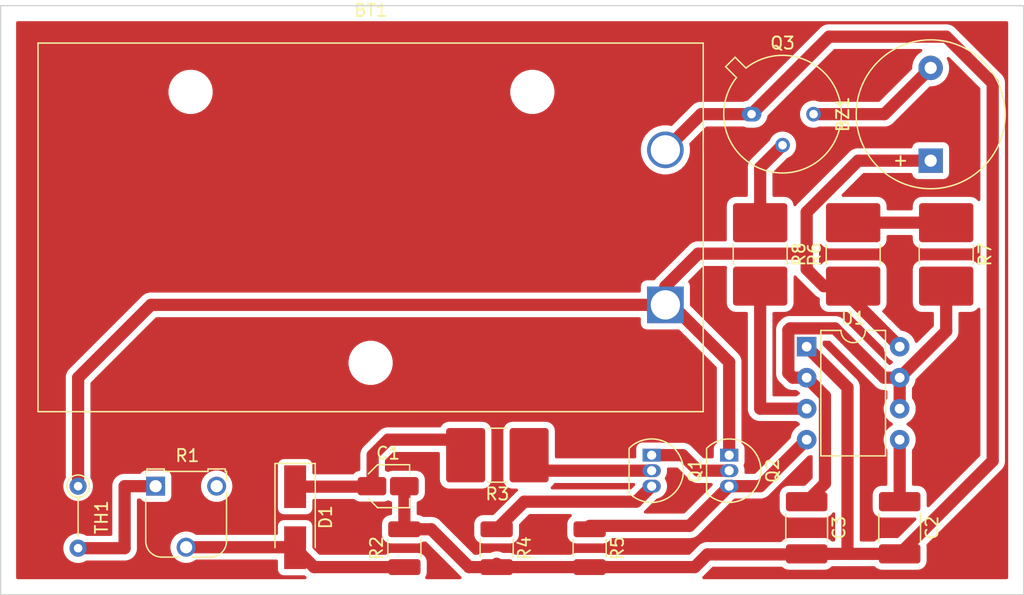
<source format=kicad_pcb>
(kicad_pcb (version 20171130) (host pcbnew "(5.1.10-1-10_14)")

  (general
    (thickness 1.6)
    (drawings 4)
    (tracks 88)
    (zones 0)
    (modules 19)
    (nets 16)
  )

  (page A4)
  (layers
    (0 F.Cu signal)
    (31 B.Cu signal)
    (32 B.Adhes user)
    (33 F.Adhes user)
    (34 B.Paste user)
    (35 F.Paste user)
    (36 B.SilkS user)
    (37 F.SilkS user)
    (38 B.Mask user)
    (39 F.Mask user)
    (40 Dwgs.User user)
    (41 Cmts.User user)
    (42 Eco1.User user)
    (43 Eco2.User user)
    (44 Edge.Cuts user)
    (45 Margin user)
    (46 B.CrtYd user)
    (47 F.CrtYd user)
    (48 B.Fab user)
    (49 F.Fab user)
  )

  (setup
    (last_trace_width 1)
    (user_trace_width 0.5)
    (user_trace_width 1)
    (user_trace_width 2)
    (trace_clearance 0.2)
    (zone_clearance 0.508)
    (zone_45_only no)
    (trace_min 0.2)
    (via_size 0.8)
    (via_drill 0.4)
    (via_min_size 0.4)
    (via_min_drill 0.3)
    (uvia_size 0.3)
    (uvia_drill 0.1)
    (uvias_allowed no)
    (uvia_min_size 0.2)
    (uvia_min_drill 0.1)
    (edge_width 0.05)
    (segment_width 0.2)
    (pcb_text_width 0.3)
    (pcb_text_size 1.5 1.5)
    (mod_edge_width 0.12)
    (mod_text_size 1 1)
    (mod_text_width 0.15)
    (pad_size 1.524 1.524)
    (pad_drill 0.762)
    (pad_to_mask_clearance 0)
    (aux_axis_origin 0 0)
    (visible_elements FFFFFF7F)
    (pcbplotparams
      (layerselection 0x010fc_ffffffff)
      (usegerberextensions false)
      (usegerberattributes true)
      (usegerberadvancedattributes true)
      (creategerberjobfile true)
      (excludeedgelayer true)
      (linewidth 0.100000)
      (plotframeref false)
      (viasonmask false)
      (mode 1)
      (useauxorigin false)
      (hpglpennumber 1)
      (hpglpenspeed 20)
      (hpglpendiameter 15.000000)
      (psnegative false)
      (psa4output false)
      (plotreference true)
      (plotvalue true)
      (plotinvisibletext false)
      (padsonsilk false)
      (subtractmaskfromsilk false)
      (outputformat 1)
      (mirror false)
      (drillshape 1)
      (scaleselection 1)
      (outputdirectory ""))
  )

  (net 0 "")
  (net 1 "Net-(BT1-Pad2)")
  (net 2 "Net-(BT1-Pad1)")
  (net 3 "Net-(BZ1-Pad2)")
  (net 4 "Net-(C1-Pad1)")
  (net 5 "Net-(C2-Pad1)")
  (net 6 "Net-(C3-Pad1)")
  (net 7 "Net-(D1-Pad2)")
  (net 8 "Net-(Q1-Pad1)")
  (net 9 "Net-(Q1-Pad3)")
  (net 10 "Net-(Q1-Pad2)")
  (net 11 "Net-(Q2-Pad3)")
  (net 12 "Net-(Q3-Pad2)")
  (net 13 "Net-(R1-Pad1)")
  (net 14 "Net-(R6-Pad2)")
  (net 15 "Net-(R8-Pad2)")

  (net_class Default "This is the default net class."
    (clearance 0.2)
    (trace_width 0.25)
    (via_dia 0.8)
    (via_drill 0.4)
    (uvia_dia 0.3)
    (uvia_drill 0.1)
    (add_net "Net-(BT1-Pad1)")
    (add_net "Net-(BT1-Pad2)")
    (add_net "Net-(BZ1-Pad2)")
    (add_net "Net-(C1-Pad1)")
    (add_net "Net-(C2-Pad1)")
    (add_net "Net-(C3-Pad1)")
    (add_net "Net-(D1-Pad2)")
    (add_net "Net-(Q1-Pad1)")
    (add_net "Net-(Q1-Pad2)")
    (add_net "Net-(Q1-Pad3)")
    (add_net "Net-(Q2-Pad3)")
    (add_net "Net-(Q3-Pad2)")
    (add_net "Net-(R1-Pad1)")
    (add_net "Net-(R6-Pad2)")
    (add_net "Net-(R8-Pad2)")
  )

  (module Potentiometer_THT:Potentiometer_Runtron_RM-065_Vertical (layer F.Cu) (tedit 60D61789) (tstamp 60D66DF4)
    (at 97.79 96.52)
    (descr "Potentiometer, vertical, Trimmer, RM-065 http://www.runtron.com/down/PDF%20Datasheet/Carbon%20Film%20Potentiometer/RM065%20RM063.pdf")
    (tags "Potentiometer Trimmer RM-065")
    (path /60D8B9BC)
    (fp_text reference R1 (at 2.6 -2.5) (layer F.SilkS)
      (effects (font (size 1 1) (thickness 0.15)))
    )
    (fp_text value R_Variable_US (at 2.6 7.4) (layer F.Fab)
      (effects (font (size 1 1) (thickness 0.15)))
    )
    (fp_text user %R (at 2.574999 2.5) (layer F.Fab)
      (effects (font (size 1 1) (thickness 0.15)))
    )
    (fp_arc (start 4.5 4.5) (end 4.5 5.7) (angle -90) (layer F.Fab) (width 0.1))
    (fp_arc (start 0.5 4.5) (end -0.7 4.5) (angle -90) (layer F.Fab) (width 0.1))
    (fp_arc (start 0.5 4.5) (end -0.81 4.5) (angle -90) (layer F.SilkS) (width 0.12))
    (fp_arc (start 4.5 4.5) (end 4.5 5.81) (angle -90) (layer F.SilkS) (width 0.12))
    (fp_line (start 5.81 -1.21) (end 5.81 -0.52) (layer F.SilkS) (width 0.12))
    (fp_line (start 5.71 -1.21) (end 5.81 -1.21) (layer F.SilkS) (width 0.12))
    (fp_line (start -0.81 -1.21) (end -0.81 -0.96) (layer F.SilkS) (width 0.12))
    (fp_line (start -0.71 -1.21) (end -0.81 -1.21) (layer F.SilkS) (width 0.12))
    (fp_line (start -0.71 -1.41) (end -0.71 -1.21) (layer F.SilkS) (width 0.12))
    (fp_line (start 0.71 -1.21) (end 0.71 -1.41) (layer F.SilkS) (width 0.12))
    (fp_circle (center 2.5 2.5) (end 5.5 2.5) (layer F.Fab) (width 0.1))
    (fp_line (start -1.03 -1.55) (end 6.03 -1.55) (layer F.CrtYd) (width 0.05))
    (fp_line (start -1.03 -1.55) (end -1.03 6.05) (layer F.CrtYd) (width 0.05))
    (fp_line (start 6.03 6.05) (end 6.03 -1.55) (layer F.CrtYd) (width 0.05))
    (fp_line (start 6.03 6.05) (end -1.03 6.05) (layer F.CrtYd) (width 0.05))
    (fp_line (start 5.7 -1.1) (end -0.7 -1.1) (layer F.Fab) (width 0.1))
    (fp_line (start 4.4 -1.3) (end 4.4 -1.1) (layer F.Fab) (width 0.1))
    (fp_line (start 5.6 -1.3) (end 4.41 -1.3) (layer F.Fab) (width 0.1))
    (fp_line (start 5.6 -1.1) (end 5.6 -1.3) (layer F.Fab) (width 0.1))
    (fp_line (start 0.6 -1.3) (end 0.6 -1.1) (layer F.Fab) (width 0.1))
    (fp_line (start -0.6 -1.3) (end 0.6 -1.3) (layer F.Fab) (width 0.1))
    (fp_line (start -0.6 -1.1) (end -0.6 -1.3) (layer F.Fab) (width 0.1))
    (fp_line (start -0.7 4.5) (end -0.7 -1.1) (layer F.Fab) (width 0.1))
    (fp_line (start 5.7 4.5) (end 5.7 -1.1) (layer F.Fab) (width 0.1))
    (fp_line (start 0.5 5.7) (end 4.5 5.7) (layer F.Fab) (width 0.1))
    (fp_line (start 4.5 5.81) (end 3.01 5.81) (layer F.SilkS) (width 0.12))
    (fp_line (start 5.81 0.52) (end 5.81 4.5) (layer F.SilkS) (width 0.12))
    (fp_line (start -0.81 4.5) (end -0.81 0.96) (layer F.SilkS) (width 0.12))
    (fp_line (start 1.99 5.81) (end 0.5 5.81) (layer F.SilkS) (width 0.12))
    (fp_line (start 5.71 -1.41) (end 5.71 -1.21) (layer F.SilkS) (width 0.12))
    (fp_line (start 4.29 -1.41) (end 5.71 -1.41) (layer F.SilkS) (width 0.12))
    (fp_line (start 4.29 -1.21) (end 4.29 -1.41) (layer F.SilkS) (width 0.12))
    (fp_line (start 0.71 -1.21) (end 4.29 -1.21) (layer F.SilkS) (width 0.12))
    (fp_line (start -0.71 -1.41) (end 0.71 -1.41) (layer F.SilkS) (width 0.12))
    (pad 2 thru_hole circle (at 2.5 5) (size 1.55 1.55) (drill 1) (layers *.Cu *.Mask)
      (net 7 "Net-(D1-Pad2)"))
    (pad 1 thru_hole rect (at 0 0) (size 1.55 1.55) (drill 1) (layers *.Cu *.Mask)
      (net 13 "Net-(R1-Pad1)"))
    (pad 3 thru_hole circle (at 5 0) (size 1.55 1.55) (drill 1) (layers *.Cu *.Mask))
    (model ${KISYS3DMOD}/Potentiometer_THT.3dshapes/Potentiometer_Runtron_RM-065_Vertical.wrl
      (at (xyz 0 0 0))
      (scale (xyz 1 1 1))
      (rotate (xyz 0 0 0))
    )
  )

  (module Capacitor_SMD:C_1812_4532Metric_Pad1.57x3.40mm_HandSolder (layer F.Cu) (tedit 5F68FEEF) (tstamp 60D66D68)
    (at 158.75 99.9275 270)
    (descr "Capacitor SMD 1812 (4532 Metric), square (rectangular) end terminal, IPC_7351 nominal with elongated pad for handsoldering. (Body size source: IPC-SM-782 page 76, https://www.pcb-3d.com/wordpress/wp-content/uploads/ipc-sm-782a_amendment_1_and_2.pdf), generated with kicad-footprint-generator")
    (tags "capacitor handsolder")
    (path /60D89FEE)
    (attr smd)
    (fp_text reference C2 (at 0 -2.65 90) (layer F.SilkS)
      (effects (font (size 1 1) (thickness 0.15)))
    )
    (fp_text value 0.01U (at 0 2.65 90) (layer F.Fab)
      (effects (font (size 1 1) (thickness 0.15)))
    )
    (fp_text user %R (at 0 0 90) (layer F.Fab)
      (effects (font (size 1 1) (thickness 0.15)))
    )
    (fp_line (start -2.25 1.6) (end -2.25 -1.6) (layer F.Fab) (width 0.1))
    (fp_line (start -2.25 -1.6) (end 2.25 -1.6) (layer F.Fab) (width 0.1))
    (fp_line (start 2.25 -1.6) (end 2.25 1.6) (layer F.Fab) (width 0.1))
    (fp_line (start 2.25 1.6) (end -2.25 1.6) (layer F.Fab) (width 0.1))
    (fp_line (start -1.161252 -1.71) (end 1.161252 -1.71) (layer F.SilkS) (width 0.12))
    (fp_line (start -1.161252 1.71) (end 1.161252 1.71) (layer F.SilkS) (width 0.12))
    (fp_line (start -3.18 1.95) (end -3.18 -1.95) (layer F.CrtYd) (width 0.05))
    (fp_line (start -3.18 -1.95) (end 3.18 -1.95) (layer F.CrtYd) (width 0.05))
    (fp_line (start 3.18 -1.95) (end 3.18 1.95) (layer F.CrtYd) (width 0.05))
    (fp_line (start 3.18 1.95) (end -3.18 1.95) (layer F.CrtYd) (width 0.05))
    (pad 2 smd roundrect (at 2.1375 0 270) (size 1.575 3.4) (layers F.Cu F.Paste F.Mask) (roundrect_rratio 0.15873)
      (net 1 "Net-(BT1-Pad2)"))
    (pad 1 smd roundrect (at -2.1375 0 270) (size 1.575 3.4) (layers F.Cu F.Paste F.Mask) (roundrect_rratio 0.15873)
      (net 5 "Net-(C2-Pad1)"))
    (model ${KISYS3DMOD}/Capacitor_SMD.3dshapes/C_1812_4532Metric.wrl
      (at (xyz 0 0 0))
      (scale (xyz 1 1 1))
      (rotate (xyz 0 0 0))
    )
  )

  (module Capacitor_SMD:C_1812_4532Metric_Pad1.57x3.40mm_HandSolder (layer F.Cu) (tedit 5F68FEEF) (tstamp 60D6A185)
    (at 151.13 99.9275 270)
    (descr "Capacitor SMD 1812 (4532 Metric), square (rectangular) end terminal, IPC_7351 nominal with elongated pad for handsoldering. (Body size source: IPC-SM-782 page 76, https://www.pcb-3d.com/wordpress/wp-content/uploads/ipc-sm-782a_amendment_1_and_2.pdf), generated with kicad-footprint-generator")
    (tags "capacitor handsolder")
    (path /60D8783D)
    (attr smd)
    (fp_text reference C3 (at 0 -2.65 90) (layer F.SilkS)
      (effects (font (size 1 1) (thickness 0.15)))
    )
    (fp_text value 0.04U (at 0 2.65 90) (layer F.Fab)
      (effects (font (size 1 1) (thickness 0.15)))
    )
    (fp_text user %R (at 0 0 90) (layer F.Fab)
      (effects (font (size 1 1) (thickness 0.15)))
    )
    (fp_line (start -2.25 1.6) (end -2.25 -1.6) (layer F.Fab) (width 0.1))
    (fp_line (start -2.25 -1.6) (end 2.25 -1.6) (layer F.Fab) (width 0.1))
    (fp_line (start 2.25 -1.6) (end 2.25 1.6) (layer F.Fab) (width 0.1))
    (fp_line (start 2.25 1.6) (end -2.25 1.6) (layer F.Fab) (width 0.1))
    (fp_line (start -1.161252 -1.71) (end 1.161252 -1.71) (layer F.SilkS) (width 0.12))
    (fp_line (start -1.161252 1.71) (end 1.161252 1.71) (layer F.SilkS) (width 0.12))
    (fp_line (start -3.18 1.95) (end -3.18 -1.95) (layer F.CrtYd) (width 0.05))
    (fp_line (start -3.18 -1.95) (end 3.18 -1.95) (layer F.CrtYd) (width 0.05))
    (fp_line (start 3.18 -1.95) (end 3.18 1.95) (layer F.CrtYd) (width 0.05))
    (fp_line (start 3.18 1.95) (end -3.18 1.95) (layer F.CrtYd) (width 0.05))
    (pad 2 smd roundrect (at 2.1375 0 270) (size 1.575 3.4) (layers F.Cu F.Paste F.Mask) (roundrect_rratio 0.15873)
      (net 1 "Net-(BT1-Pad2)"))
    (pad 1 smd roundrect (at -2.1375 0 270) (size 1.575 3.4) (layers F.Cu F.Paste F.Mask) (roundrect_rratio 0.15873)
      (net 6 "Net-(C3-Pad1)"))
    (model ${KISYS3DMOD}/Capacitor_SMD.3dshapes/C_1812_4532Metric.wrl
      (at (xyz 0 0 0))
      (scale (xyz 1 1 1))
      (rotate (xyz 0 0 0))
    )
  )

  (module Resistor_SMD:R_1210_3225Metric_Pad1.30x2.65mm_HandSolder (layer F.Cu) (tedit 5F68FEEE) (tstamp 60D66E38)
    (at 133.35 101.6 270)
    (descr "Resistor SMD 1210 (3225 Metric), square (rectangular) end terminal, IPC_7351 nominal with elongated pad for handsoldering. (Body size source: IPC-SM-782 page 72, https://www.pcb-3d.com/wordpress/wp-content/uploads/ipc-sm-782a_amendment_1_and_2.pdf), generated with kicad-footprint-generator")
    (tags "resistor handsolder")
    (path /60D79B77)
    (attr smd)
    (fp_text reference R5 (at 0 -2.28 90) (layer F.SilkS)
      (effects (font (size 1 1) (thickness 0.15)))
    )
    (fp_text value 470_R (at 0 2.28 90) (layer F.Fab)
      (effects (font (size 1 1) (thickness 0.15)))
    )
    (fp_text user %R (at 0 0 90) (layer F.Fab)
      (effects (font (size 0.8 0.8) (thickness 0.12)))
    )
    (fp_line (start -1.6 1.245) (end -1.6 -1.245) (layer F.Fab) (width 0.1))
    (fp_line (start -1.6 -1.245) (end 1.6 -1.245) (layer F.Fab) (width 0.1))
    (fp_line (start 1.6 -1.245) (end 1.6 1.245) (layer F.Fab) (width 0.1))
    (fp_line (start 1.6 1.245) (end -1.6 1.245) (layer F.Fab) (width 0.1))
    (fp_line (start -0.723737 -1.355) (end 0.723737 -1.355) (layer F.SilkS) (width 0.12))
    (fp_line (start -0.723737 1.355) (end 0.723737 1.355) (layer F.SilkS) (width 0.12))
    (fp_line (start -2.45 1.58) (end -2.45 -1.58) (layer F.CrtYd) (width 0.05))
    (fp_line (start -2.45 -1.58) (end 2.45 -1.58) (layer F.CrtYd) (width 0.05))
    (fp_line (start 2.45 -1.58) (end 2.45 1.58) (layer F.CrtYd) (width 0.05))
    (fp_line (start 2.45 1.58) (end -2.45 1.58) (layer F.CrtYd) (width 0.05))
    (pad 2 smd roundrect (at 1.55 0 270) (size 1.3 2.65) (layers F.Cu F.Paste F.Mask) (roundrect_rratio 0.192308)
      (net 1 "Net-(BT1-Pad2)"))
    (pad 1 smd roundrect (at -1.55 0 270) (size 1.3 2.65) (layers F.Cu F.Paste F.Mask) (roundrect_rratio 0.192308)
      (net 11 "Net-(Q2-Pad3)"))
    (model ${KISYS3DMOD}/Resistor_SMD.3dshapes/R_1210_3225Metric.wrl
      (at (xyz 0 0 0))
      (scale (xyz 1 1 1))
      (rotate (xyz 0 0 0))
    )
  )

  (module Resistor_SMD:R_1210_3225Metric_Pad1.30x2.65mm_HandSolder (layer F.Cu) (tedit 5F68FEEE) (tstamp 60D6A2BC)
    (at 125.73 101.6 270)
    (descr "Resistor SMD 1210 (3225 Metric), square (rectangular) end terminal, IPC_7351 nominal with elongated pad for handsoldering. (Body size source: IPC-SM-782 page 72, https://www.pcb-3d.com/wordpress/wp-content/uploads/ipc-sm-782a_amendment_1_and_2.pdf), generated with kicad-footprint-generator")
    (tags "resistor handsolder")
    (path /60D78F4F)
    (attr smd)
    (fp_text reference R4 (at 0 -2.28 90) (layer F.SilkS)
      (effects (font (size 1 1) (thickness 0.15)))
    )
    (fp_text value 33K_R (at 0 2.28 90) (layer F.Fab)
      (effects (font (size 1 1) (thickness 0.15)))
    )
    (fp_text user %R (at 0 0 90) (layer F.Fab)
      (effects (font (size 0.8 0.8) (thickness 0.12)))
    )
    (fp_line (start -1.6 1.245) (end -1.6 -1.245) (layer F.Fab) (width 0.1))
    (fp_line (start -1.6 -1.245) (end 1.6 -1.245) (layer F.Fab) (width 0.1))
    (fp_line (start 1.6 -1.245) (end 1.6 1.245) (layer F.Fab) (width 0.1))
    (fp_line (start 1.6 1.245) (end -1.6 1.245) (layer F.Fab) (width 0.1))
    (fp_line (start -0.723737 -1.355) (end 0.723737 -1.355) (layer F.SilkS) (width 0.12))
    (fp_line (start -0.723737 1.355) (end 0.723737 1.355) (layer F.SilkS) (width 0.12))
    (fp_line (start -2.45 1.58) (end -2.45 -1.58) (layer F.CrtYd) (width 0.05))
    (fp_line (start -2.45 -1.58) (end 2.45 -1.58) (layer F.CrtYd) (width 0.05))
    (fp_line (start 2.45 -1.58) (end 2.45 1.58) (layer F.CrtYd) (width 0.05))
    (fp_line (start 2.45 1.58) (end -2.45 1.58) (layer F.CrtYd) (width 0.05))
    (pad 2 smd roundrect (at 1.55 0 270) (size 1.3 2.65) (layers F.Cu F.Paste F.Mask) (roundrect_rratio 0.192308)
      (net 1 "Net-(BT1-Pad2)"))
    (pad 1 smd roundrect (at -1.55 0 270) (size 1.3 2.65) (layers F.Cu F.Paste F.Mask) (roundrect_rratio 0.192308)
      (net 9 "Net-(Q1-Pad3)"))
    (model ${KISYS3DMOD}/Resistor_SMD.3dshapes/R_1210_3225Metric.wrl
      (at (xyz 0 0 0))
      (scale (xyz 1 1 1))
      (rotate (xyz 0 0 0))
    )
  )

  (module Resistor_SMD:R_1210_3225Metric_Pad1.30x2.65mm_HandSolder (layer F.Cu) (tedit 5F68FEEE) (tstamp 60D682FC)
    (at 118.17 101.6 90)
    (descr "Resistor SMD 1210 (3225 Metric), square (rectangular) end terminal, IPC_7351 nominal with elongated pad for handsoldering. (Body size source: IPC-SM-782 page 72, https://www.pcb-3d.com/wordpress/wp-content/uploads/ipc-sm-782a_amendment_1_and_2.pdf), generated with kicad-footprint-generator")
    (tags "resistor handsolder")
    (path /60D779A9)
    (attr smd)
    (fp_text reference R2 (at 0 -2.28 90) (layer F.SilkS)
      (effects (font (size 1 1) (thickness 0.15)))
    )
    (fp_text value 10K_R (at 0 2.28 90) (layer F.Fab)
      (effects (font (size 1 1) (thickness 0.15)))
    )
    (fp_text user %R (at 0 0 90) (layer F.Fab)
      (effects (font (size 0.8 0.8) (thickness 0.12)))
    )
    (fp_line (start -1.6 1.245) (end -1.6 -1.245) (layer F.Fab) (width 0.1))
    (fp_line (start -1.6 -1.245) (end 1.6 -1.245) (layer F.Fab) (width 0.1))
    (fp_line (start 1.6 -1.245) (end 1.6 1.245) (layer F.Fab) (width 0.1))
    (fp_line (start 1.6 1.245) (end -1.6 1.245) (layer F.Fab) (width 0.1))
    (fp_line (start -0.723737 -1.355) (end 0.723737 -1.355) (layer F.SilkS) (width 0.12))
    (fp_line (start -0.723737 1.355) (end 0.723737 1.355) (layer F.SilkS) (width 0.12))
    (fp_line (start -2.45 1.58) (end -2.45 -1.58) (layer F.CrtYd) (width 0.05))
    (fp_line (start -2.45 -1.58) (end 2.45 -1.58) (layer F.CrtYd) (width 0.05))
    (fp_line (start 2.45 -1.58) (end 2.45 1.58) (layer F.CrtYd) (width 0.05))
    (fp_line (start 2.45 1.58) (end -2.45 1.58) (layer F.CrtYd) (width 0.05))
    (pad 2 smd roundrect (at 1.55 0 90) (size 1.3 2.65) (layers F.Cu F.Paste F.Mask) (roundrect_rratio 0.192308)
      (net 1 "Net-(BT1-Pad2)"))
    (pad 1 smd roundrect (at -1.55 0 90) (size 1.3 2.65) (layers F.Cu F.Paste F.Mask) (roundrect_rratio 0.192308)
      (net 7 "Net-(D1-Pad2)"))
    (model ${KISYS3DMOD}/Resistor_SMD.3dshapes/R_1210_3225Metric.wrl
      (at (xyz 0 0 0))
      (scale (xyz 1 1 1))
      (rotate (xyz 0 0 0))
    )
  )

  (module Battery:BatteryHolder_Eagle_12BH611-GR (layer F.Cu) (tedit 5F4B6D66) (tstamp 60D66D2A)
    (at 139.555001 81.665001)
    (descr https://eu.mouser.com/datasheet/2/209/EPD-200766-1274481.pdf)
    (tags "9V Battery Holder")
    (path /60D95354)
    (fp_text reference BT1 (at -24.13 -24.13) (layer F.SilkS)
      (effects (font (size 1 1) (thickness 0.15)))
    )
    (fp_text value Battery (at -29.065001 11.044999 180) (layer F.Fab)
      (effects (font (size 1 1) (thickness 0.15)))
    )
    (fp_line (start 3.1 -21.45) (end 3.1 8.75) (layer F.Fab) (width 0.1))
    (fp_line (start 3.1 8.75) (end -51.4 8.75) (layer F.Fab) (width 0.1))
    (fp_line (start -51.4 -21.45) (end 3.1 -21.45) (layer F.Fab) (width 0.1))
    (fp_line (start -51.4 8.75) (end -51.4 -21.45) (layer F.Fab) (width 0.1))
    (fp_line (start -47 2.65) (end -47 -15.35) (layer F.Fab) (width 0.1))
    (fp_line (start -48 2.65) (end -48 -15.35) (layer F.Fab) (width 0.1))
    (fp_line (start -49 2.65) (end -49 -15.35) (layer F.Fab) (width 0.1))
    (fp_line (start -50 2.65) (end -50 -15.35) (layer F.Fab) (width 0.1))
    (fp_line (start -51.4 2.65) (end -47 2.65) (layer F.Fab) (width 0.1))
    (fp_line (start -51.4 -15.35) (end -47 -15.35) (layer F.Fab) (width 0.1))
    (fp_line (start -27 6.65) (end -27 8.75) (layer F.Fab) (width 0.1))
    (fp_line (start -2 6.65) (end -27 6.65) (layer F.Fab) (width 0.1))
    (fp_line (start -27 -19.35) (end -27 -21.45) (layer F.Fab) (width 0.1))
    (fp_line (start -2 -19.35) (end -27 -19.35) (layer F.Fab) (width 0.1))
    (fp_line (start -2 2.05) (end -4 2.05) (layer F.Fab) (width 0.1))
    (fp_line (start -4 2.55) (end -2 2.55) (layer F.Fab) (width 0.1))
    (fp_line (start -2 -2.55) (end -4 -2.55) (layer F.Fab) (width 0.1))
    (fp_line (start -4 -2.05) (end -2 -2.05) (layer F.Fab) (width 0.1))
    (fp_line (start -4 0.25) (end -2 0.25) (layer F.Fab) (width 0.1))
    (fp_line (start -4 -2.55) (end -4 2.55) (layer F.Fab) (width 0.1))
    (fp_line (start -2 -0.25) (end -4 -0.25) (layer F.Fab) (width 0.1))
    (fp_line (start -4 -10.65) (end -2 -10.65) (layer F.Fab) (width 0.1))
    (fp_line (start -4 -14.75) (end -4 -10.65) (layer F.Fab) (width 0.1))
    (fp_line (start -2 -14.75) (end -4 -14.75) (layer F.Fab) (width 0.1))
    (fp_line (start -2 -21.45) (end -2 8.75) (layer F.Fab) (width 0.1))
    (fp_line (start 1.85 8.75) (end 1.85 -21.45) (layer F.Fab) (width 0.1))
    (fp_line (start -51.9 9.25) (end -51.9 -21.95) (layer F.CrtYd) (width 0.05))
    (fp_line (start 3.6 9.25) (end -51.9 9.25) (layer F.CrtYd) (width 0.05))
    (fp_line (start 3.6 -21.95) (end 3.6 9.25) (layer F.CrtYd) (width 0.05))
    (fp_line (start -51.9 -21.95) (end 3.6 -21.95) (layer F.CrtYd) (width 0.05))
    (fp_line (start -51.4 8.75) (end -51.4 -21.45) (layer F.SilkS) (width 0.12))
    (fp_line (start 3.1 8.75) (end -51.4 8.75) (layer F.SilkS) (width 0.12))
    (fp_line (start 3.1 -21.45) (end 3.1 8.75) (layer F.SilkS) (width 0.12))
    (fp_line (start -51.4 -21.45) (end 3.1 -21.45) (layer F.SilkS) (width 0.12))
    (fp_text user + (at -7 0) (layer F.Fab)
      (effects (font (size 3 3) (thickness 0.45)))
    )
    (fp_text user - (at -7 -12.7) (layer F.Fab)
      (effects (font (size 3 3) (thickness 0.45)))
    )
    (fp_text user %R (at -24.13 -6.35 180) (layer F.Fab)
      (effects (font (size 1 1) (thickness 0.15)))
    )
    (pad 2 thru_hole circle (at 0 -12.7) (size 3 3) (drill 2.4) (layers *.Cu *.Mask)
      (net 1 "Net-(BT1-Pad2)"))
    (pad 1 thru_hole rect (at 0 0) (size 3 3) (drill 2.4) (layers *.Cu *.Mask)
      (net 2 "Net-(BT1-Pad1)"))
    (pad "" np_thru_hole circle (at -10.9 -17.45) (size 2.6 2.6) (drill 2.6) (layers *.Cu *.Mask))
    (pad "" np_thru_hole circle (at -38.9 -17.45) (size 2.6 2.6) (drill 2.6) (layers *.Cu *.Mask))
    (pad "" np_thru_hole circle (at -24.15 4.75) (size 2.6 2.6) (drill 2.6) (layers *.Cu *.Mask))
    (model ${KISYS3DMOD}/Battery.3dshapes/BatteryHolder_Eagle_12BH611-GR.wrl
      (at (xyz 0 0 0))
      (scale (xyz 1 1 1))
      (rotate (xyz 0 0 0))
    )
  )

  (module Buzzer_Beeper:Buzzer_12x9.5RM7.6 (layer F.Cu) (tedit 5A030281) (tstamp 60D66D37)
    (at 161.29 69.85 90)
    (descr "Generic Buzzer, D12mm height 9.5mm with RM7.6mm")
    (tags buzzer)
    (path /60D8CBE2)
    (fp_text reference BZ1 (at 3.8 -7.2 90) (layer F.SilkS)
      (effects (font (size 1 1) (thickness 0.15)))
    )
    (fp_text value Buzzer (at 3.8 3.81 90) (layer F.Fab)
      (effects (font (size 1 1) (thickness 0.15)))
    )
    (fp_circle (center 3.8 0) (end 9.9 0) (layer F.SilkS) (width 0.12))
    (fp_circle (center 3.8 0) (end 4.8 0) (layer F.Fab) (width 0.1))
    (fp_circle (center 3.8 0) (end 9.8 0) (layer F.Fab) (width 0.1))
    (fp_circle (center 3.8 0) (end 10.05 0) (layer F.CrtYd) (width 0.05))
    (fp_text user + (at -0.01 -2.54 90) (layer F.Fab)
      (effects (font (size 1 1) (thickness 0.15)))
    )
    (fp_text user + (at -0.01 -2.54 90) (layer F.SilkS)
      (effects (font (size 1 1) (thickness 0.15)))
    )
    (fp_text user %R (at 3.8 -3.735001 90) (layer F.Fab)
      (effects (font (size 1 1) (thickness 0.15)))
    )
    (pad 1 thru_hole rect (at 0 0 90) (size 2 2) (drill 1) (layers *.Cu *.Mask)
      (net 2 "Net-(BT1-Pad1)"))
    (pad 2 thru_hole circle (at 7.6 0 90) (size 2 2) (drill 1) (layers *.Cu *.Mask)
      (net 3 "Net-(BZ1-Pad2)"))
    (model ${KISYS3DMOD}/Buzzer_Beeper.3dshapes/Buzzer_12x9.5RM7.6.wrl
      (at (xyz 0 0 0))
      (scale (xyz 1 1 1))
      (rotate (xyz 0 0 0))
    )
  )

  (module Capacitor_SMD:C_Elec_3x5.4 (layer F.Cu) (tedit 5BC8D926) (tstamp 60D6799B)
    (at 116.84 96.52)
    (descr "SMD capacitor, aluminum electrolytic nonpolar, 3.0x5.4mm")
    (tags "capacitor electrolyic nonpolar")
    (path /60D8A758)
    (attr smd)
    (fp_text reference C1 (at 0 -2.7) (layer F.SilkS)
      (effects (font (size 1 1) (thickness 0.15)))
    )
    (fp_text value 10U (at 0 2.7) (layer F.Fab)
      (effects (font (size 1 1) (thickness 0.15)))
    )
    (fp_line (start -2.75 1) (end -1.83 1) (layer F.CrtYd) (width 0.05))
    (fp_line (start -2.75 -1) (end -2.75 1) (layer F.CrtYd) (width 0.05))
    (fp_line (start -1.83 -1) (end -2.75 -1) (layer F.CrtYd) (width 0.05))
    (fp_line (start -1.83 -1) (end -0.93 -1.9) (layer F.CrtYd) (width 0.05))
    (fp_line (start -1.83 1) (end -0.93 1.9) (layer F.CrtYd) (width 0.05))
    (fp_line (start -0.93 -1.9) (end 1.9 -1.9) (layer F.CrtYd) (width 0.05))
    (fp_line (start -0.93 1.9) (end 1.9 1.9) (layer F.CrtYd) (width 0.05))
    (fp_line (start 1.9 1) (end 1.9 1.9) (layer F.CrtYd) (width 0.05))
    (fp_line (start 2.75 1) (end 1.9 1) (layer F.CrtYd) (width 0.05))
    (fp_line (start 2.75 -1) (end 2.75 1) (layer F.CrtYd) (width 0.05))
    (fp_line (start 1.9 -1) (end 2.75 -1) (layer F.CrtYd) (width 0.05))
    (fp_line (start 1.9 -1.9) (end 1.9 -1) (layer F.CrtYd) (width 0.05))
    (fp_line (start -1.620563 1.01) (end -0.870563 1.76) (layer F.SilkS) (width 0.12))
    (fp_line (start -1.620563 -1.01) (end -0.870563 -1.76) (layer F.SilkS) (width 0.12))
    (fp_line (start -0.870563 1.76) (end 1.76 1.76) (layer F.SilkS) (width 0.12))
    (fp_line (start -0.870563 -1.76) (end 1.76 -1.76) (layer F.SilkS) (width 0.12))
    (fp_line (start 1.76 -1.76) (end 1.76 -1.01) (layer F.SilkS) (width 0.12))
    (fp_line (start 1.76 1.76) (end 1.76 1.01) (layer F.SilkS) (width 0.12))
    (fp_line (start -1.65 0.825) (end -0.825 1.65) (layer F.Fab) (width 0.1))
    (fp_line (start -1.65 -0.825) (end -0.825 -1.65) (layer F.Fab) (width 0.1))
    (fp_line (start -1.65 -0.825) (end -1.65 0.825) (layer F.Fab) (width 0.1))
    (fp_line (start -0.825 1.65) (end 1.65 1.65) (layer F.Fab) (width 0.1))
    (fp_line (start -0.825 -1.65) (end 1.65 -1.65) (layer F.Fab) (width 0.1))
    (fp_line (start 1.65 -1.65) (end 1.65 1.65) (layer F.Fab) (width 0.1))
    (fp_circle (center 0 0) (end 1.5 0) (layer F.Fab) (width 0.1))
    (fp_text user %R (at 0 0) (layer F.Fab)
      (effects (font (size 0.6 0.6) (thickness 0.09)))
    )
    (pad 1 smd roundrect (at -1.325 0) (size 2.35 1.5) (layers F.Cu F.Paste F.Mask) (roundrect_rratio 0.166667)
      (net 4 "Net-(C1-Pad1)"))
    (pad 2 smd roundrect (at 1.325 0) (size 2.35 1.5) (layers F.Cu F.Paste F.Mask) (roundrect_rratio 0.166667)
      (net 1 "Net-(BT1-Pad2)"))
    (model ${KISYS3DMOD}/Capacitor_SMD.3dshapes/C_Elec_3x5.4.wrl
      (at (xyz 0 0 0))
      (scale (xyz 1 1 1))
      (rotate (xyz 0 0 0))
    )
  )

  (module Diode_SMD:D_SMA_Handsoldering (layer F.Cu) (tedit 58643398) (tstamp 60D66D91)
    (at 109.22 99.06 270)
    (descr "Diode SMA (DO-214AC) Handsoldering")
    (tags "Diode SMA (DO-214AC) Handsoldering")
    (path /60D92D3C)
    (attr smd)
    (fp_text reference D1 (at 0 -2.5 90) (layer F.SilkS)
      (effects (font (size 1 1) (thickness 0.15)))
    )
    (fp_text value D (at 0 2.6 90) (layer F.Fab)
      (effects (font (size 1 1) (thickness 0.15)))
    )
    (fp_line (start -4.4 -1.65) (end 2.5 -1.65) (layer F.SilkS) (width 0.12))
    (fp_line (start -4.4 1.65) (end 2.5 1.65) (layer F.SilkS) (width 0.12))
    (fp_line (start -0.64944 0.00102) (end 0.50118 -0.79908) (layer F.Fab) (width 0.1))
    (fp_line (start -0.64944 0.00102) (end 0.50118 0.75032) (layer F.Fab) (width 0.1))
    (fp_line (start 0.50118 0.75032) (end 0.50118 -0.79908) (layer F.Fab) (width 0.1))
    (fp_line (start -0.64944 -0.79908) (end -0.64944 0.80112) (layer F.Fab) (width 0.1))
    (fp_line (start 0.50118 0.00102) (end 1.4994 0.00102) (layer F.Fab) (width 0.1))
    (fp_line (start -0.64944 0.00102) (end -1.55114 0.00102) (layer F.Fab) (width 0.1))
    (fp_line (start -4.5 1.75) (end -4.5 -1.75) (layer F.CrtYd) (width 0.05))
    (fp_line (start 4.5 1.75) (end -4.5 1.75) (layer F.CrtYd) (width 0.05))
    (fp_line (start 4.5 -1.75) (end 4.5 1.75) (layer F.CrtYd) (width 0.05))
    (fp_line (start -4.5 -1.75) (end 4.5 -1.75) (layer F.CrtYd) (width 0.05))
    (fp_line (start 2.3 -1.5) (end -2.3 -1.5) (layer F.Fab) (width 0.1))
    (fp_line (start 2.3 -1.5) (end 2.3 1.5) (layer F.Fab) (width 0.1))
    (fp_line (start -2.3 1.5) (end -2.3 -1.5) (layer F.Fab) (width 0.1))
    (fp_line (start 2.3 1.5) (end -2.3 1.5) (layer F.Fab) (width 0.1))
    (fp_line (start -4.4 -1.65) (end -4.4 1.65) (layer F.SilkS) (width 0.12))
    (fp_text user %R (at 0 -2.5 90) (layer F.Fab)
      (effects (font (size 1 1) (thickness 0.15)))
    )
    (pad 1 smd rect (at -2.5 0 270) (size 3.5 1.8) (layers F.Cu F.Paste F.Mask)
      (net 4 "Net-(C1-Pad1)"))
    (pad 2 smd rect (at 2.5 0 270) (size 3.5 1.8) (layers F.Cu F.Paste F.Mask)
      (net 7 "Net-(D1-Pad2)"))
    (model ${KISYS3DMOD}/Diode_SMD.3dshapes/D_SMA.wrl
      (at (xyz 0 0 0))
      (scale (xyz 1 1 1))
      (rotate (xyz 0 0 0))
    )
  )

  (module Package_TO_SOT_THT:TO-92_Inline (layer F.Cu) (tedit 5A1DD157) (tstamp 60D67F02)
    (at 138.43 93.98 270)
    (descr "TO-92 leads in-line, narrow, oval pads, drill 0.75mm (see NXP sot054_po.pdf)")
    (tags "to-92 sc-43 sc-43a sot54 PA33 transistor")
    (path /60D748BB)
    (fp_text reference Q1 (at 1.27 -3.56 90) (layer F.SilkS)
      (effects (font (size 1 1) (thickness 0.15)))
    )
    (fp_text value BC547 (at 1.27 2.79 90) (layer F.Fab)
      (effects (font (size 1 1) (thickness 0.15)))
    )
    (fp_arc (start 1.27 0) (end 1.27 -2.6) (angle 135) (layer F.SilkS) (width 0.12))
    (fp_arc (start 1.27 0) (end 1.27 -2.48) (angle -135) (layer F.Fab) (width 0.1))
    (fp_arc (start 1.27 0) (end 1.27 -2.6) (angle -135) (layer F.SilkS) (width 0.12))
    (fp_arc (start 1.27 0) (end 1.27 -2.48) (angle 135) (layer F.Fab) (width 0.1))
    (fp_text user %R (at 1.27 0 90) (layer F.Fab)
      (effects (font (size 1 1) (thickness 0.15)))
    )
    (fp_line (start -0.53 1.85) (end 3.07 1.85) (layer F.SilkS) (width 0.12))
    (fp_line (start -0.5 1.75) (end 3 1.75) (layer F.Fab) (width 0.1))
    (fp_line (start -1.46 -2.73) (end 4 -2.73) (layer F.CrtYd) (width 0.05))
    (fp_line (start -1.46 -2.73) (end -1.46 2.01) (layer F.CrtYd) (width 0.05))
    (fp_line (start 4 2.01) (end 4 -2.73) (layer F.CrtYd) (width 0.05))
    (fp_line (start 4 2.01) (end -1.46 2.01) (layer F.CrtYd) (width 0.05))
    (pad 1 thru_hole rect (at 0 0 270) (size 1.05 1.5) (drill 0.75) (layers *.Cu *.Mask)
      (net 8 "Net-(Q1-Pad1)"))
    (pad 3 thru_hole oval (at 2.54 0 270) (size 1.05 1.5) (drill 0.75) (layers *.Cu *.Mask)
      (net 9 "Net-(Q1-Pad3)"))
    (pad 2 thru_hole oval (at 1.27 0 270) (size 1.05 1.5) (drill 0.75) (layers *.Cu *.Mask)
      (net 10 "Net-(Q1-Pad2)"))
    (model ${KISYS3DMOD}/Package_TO_SOT_THT.3dshapes/TO-92_Inline.wrl
      (at (xyz 0 0 0))
      (scale (xyz 1 1 1))
      (rotate (xyz 0 0 0))
    )
  )

  (module Package_TO_SOT_THT:TO-92_Inline (layer F.Cu) (tedit 5A1DD157) (tstamp 60D67D0F)
    (at 144.78 93.98 270)
    (descr "TO-92 leads in-line, narrow, oval pads, drill 0.75mm (see NXP sot054_po.pdf)")
    (tags "to-92 sc-43 sc-43a sot54 PA33 transistor")
    (path /60D6FDD5)
    (fp_text reference Q2 (at 1.27 -3.56 90) (layer F.SilkS)
      (effects (font (size 1 1) (thickness 0.15)))
    )
    (fp_text value BC557 (at 1.27 2.79 90) (layer F.Fab)
      (effects (font (size 1 1) (thickness 0.15)))
    )
    (fp_line (start 4 2.01) (end -1.46 2.01) (layer F.CrtYd) (width 0.05))
    (fp_line (start 4 2.01) (end 4 -2.73) (layer F.CrtYd) (width 0.05))
    (fp_line (start -1.46 -2.73) (end -1.46 2.01) (layer F.CrtYd) (width 0.05))
    (fp_line (start -1.46 -2.73) (end 4 -2.73) (layer F.CrtYd) (width 0.05))
    (fp_line (start -0.5 1.75) (end 3 1.75) (layer F.Fab) (width 0.1))
    (fp_line (start -0.53 1.85) (end 3.07 1.85) (layer F.SilkS) (width 0.12))
    (fp_text user %R (at 1.27 0 90) (layer F.Fab)
      (effects (font (size 1 1) (thickness 0.15)))
    )
    (fp_arc (start 1.27 0) (end 1.27 -2.48) (angle 135) (layer F.Fab) (width 0.1))
    (fp_arc (start 1.27 0) (end 1.27 -2.6) (angle -135) (layer F.SilkS) (width 0.12))
    (fp_arc (start 1.27 0) (end 1.27 -2.48) (angle -135) (layer F.Fab) (width 0.1))
    (fp_arc (start 1.27 0) (end 1.27 -2.6) (angle 135) (layer F.SilkS) (width 0.12))
    (pad 2 thru_hole oval (at 1.27 0 270) (size 1.05 1.5) (drill 0.75) (layers *.Cu *.Mask)
      (net 8 "Net-(Q1-Pad1)"))
    (pad 3 thru_hole oval (at 2.54 0 270) (size 1.05 1.5) (drill 0.75) (layers *.Cu *.Mask)
      (net 11 "Net-(Q2-Pad3)"))
    (pad 1 thru_hole rect (at 0 0 270) (size 1.05 1.5) (drill 0.75) (layers *.Cu *.Mask)
      (net 2 "Net-(BT1-Pad1)"))
    (model ${KISYS3DMOD}/Package_TO_SOT_THT.3dshapes/TO-92_Inline.wrl
      (at (xyz 0 0 0))
      (scale (xyz 1 1 1))
      (rotate (xyz 0 0 0))
    )
  )

  (module Package_TO_SOT_THT:TO-39-3 (layer F.Cu) (tedit 5A02FF81) (tstamp 60D66DCA)
    (at 146.615001 66.04)
    (descr TO-39-3)
    (tags TO-39-3)
    (path /60D71BA3)
    (fp_text reference Q3 (at 2.54 -5.82) (layer F.SilkS)
      (effects (font (size 1 1) (thickness 0.15)))
    )
    (fp_text value BC141 (at 2.54 5.82) (layer F.Fab)
      (effects (font (size 1 1) (thickness 0.15)))
    )
    (fp_circle (center 2.54 0) (end 6.79 0) (layer F.Fab) (width 0.1))
    (fp_line (start 7.49 -4.95) (end -2.41 -4.95) (layer F.CrtYd) (width 0.05))
    (fp_line (start 7.49 4.95) (end 7.49 -4.95) (layer F.CrtYd) (width 0.05))
    (fp_line (start -2.41 4.95) (end 7.49 4.95) (layer F.CrtYd) (width 0.05))
    (fp_line (start -2.41 -4.95) (end -2.41 4.95) (layer F.CrtYd) (width 0.05))
    (fp_line (start -2.125856 -3.888039) (end -1.234902 -2.997084) (layer F.SilkS) (width 0.12))
    (fp_line (start -1.348039 -4.665856) (end -2.125856 -3.888039) (layer F.SilkS) (width 0.12))
    (fp_line (start -0.457084 -3.774902) (end -1.348039 -4.665856) (layer F.SilkS) (width 0.12))
    (fp_line (start -1.879621 -3.81151) (end -1.07352 -3.005408) (layer F.Fab) (width 0.1))
    (fp_line (start -1.27151 -4.419621) (end -1.879621 -3.81151) (layer F.Fab) (width 0.1))
    (fp_line (start -0.465408 -3.61352) (end -1.27151 -4.419621) (layer F.Fab) (width 0.1))
    (fp_text user %R (at 2.54 -5.82) (layer F.Fab)
      (effects (font (size 1 1) (thickness 0.15)))
    )
    (fp_arc (start 2.54 0) (end -0.465408 -3.61352) (angle 349.5) (layer F.Fab) (width 0.1))
    (fp_arc (start 2.54 0) (end -0.457084 -3.774902) (angle 346.9) (layer F.SilkS) (width 0.12))
    (pad 1 thru_hole oval (at 0 0) (size 1.6 1.2) (drill 0.7) (layers *.Cu *.Mask)
      (net 1 "Net-(BT1-Pad2)"))
    (pad 2 thru_hole oval (at 2.54 2.54) (size 1.2 1.2) (drill 0.7) (layers *.Cu *.Mask)
      (net 12 "Net-(Q3-Pad2)"))
    (pad 3 thru_hole oval (at 5.08 0) (size 1.2 1.2) (drill 0.7) (layers *.Cu *.Mask)
      (net 3 "Net-(BZ1-Pad2)"))
    (model ${KISYS3DMOD}/Package_TO_SOT_THT.3dshapes/TO-39-3.wrl
      (at (xyz 0 0 0))
      (scale (xyz 1 1 1))
      (rotate (xyz 0 0 0))
    )
  )

  (module Resistor_SMD:R_2816_7142Metric_Pad3.20x4.45mm_HandSolder (layer F.Cu) (tedit 5F6BB4CA) (tstamp 60D66E16)
    (at 125.79 93.98 180)
    (descr "Resistor SMD 2816 (7142 Metric), square (rectangular) end terminal, IPC_7351 nominal with elongated pad for handsoldering. (Body size from: https://www.vishay.com/docs/30100/wsl.pdf), generated with kicad-footprint-generator")
    (tags "resistor handsolder")
    (path /60D7919B)
    (attr smd)
    (fp_text reference R3 (at 0 -3.18) (layer F.SilkS)
      (effects (font (size 1 1) (thickness 0.15)))
    )
    (fp_text value 10K_R (at -7.56 1.27) (layer F.Fab)
      (effects (font (size 1 1) (thickness 0.15)))
    )
    (fp_line (start 4.45 2.48) (end -4.45 2.48) (layer F.CrtYd) (width 0.05))
    (fp_line (start 4.45 -2.48) (end 4.45 2.48) (layer F.CrtYd) (width 0.05))
    (fp_line (start -4.45 -2.48) (end 4.45 -2.48) (layer F.CrtYd) (width 0.05))
    (fp_line (start -4.45 2.48) (end -4.45 -2.48) (layer F.CrtYd) (width 0.05))
    (fp_line (start -0.797369 2.21) (end 0.797369 2.21) (layer F.SilkS) (width 0.12))
    (fp_line (start -0.797369 -2.21) (end 0.797369 -2.21) (layer F.SilkS) (width 0.12))
    (fp_line (start 3.55 2.1) (end -3.55 2.1) (layer F.Fab) (width 0.1))
    (fp_line (start 3.55 -2.1) (end 3.55 2.1) (layer F.Fab) (width 0.1))
    (fp_line (start -3.55 -2.1) (end 3.55 -2.1) (layer F.Fab) (width 0.1))
    (fp_line (start -3.55 2.1) (end -3.55 -2.1) (layer F.Fab) (width 0.1))
    (fp_text user %R (at 0 0) (layer F.Fab)
      (effects (font (size 1 1) (thickness 0.15)))
    )
    (pad 1 smd roundrect (at -2.6 0 180) (size 3.2 4.45) (layers F.Cu F.Paste F.Mask) (roundrect_rratio 0.078125)
      (net 10 "Net-(Q1-Pad2)"))
    (pad 2 smd roundrect (at 2.6 0 180) (size 3.2 4.45) (layers F.Cu F.Paste F.Mask) (roundrect_rratio 0.078125)
      (net 4 "Net-(C1-Pad1)"))
    (model ${KISYS3DMOD}/Resistor_SMD.3dshapes/R_2816_7142Metric.wrl
      (at (xyz 0 0 0))
      (scale (xyz 1 1 1))
      (rotate (xyz 0 0 0))
    )
  )

  (module Resistor_SMD:R_2816_7142Metric_Pad3.20x4.45mm_HandSolder (layer F.Cu) (tedit 5F6BB4CA) (tstamp 60D66E49)
    (at 154.94 77.53 90)
    (descr "Resistor SMD 2816 (7142 Metric), square (rectangular) end terminal, IPC_7351 nominal with elongated pad for handsoldering. (Body size from: https://www.vishay.com/docs/30100/wsl.pdf), generated with kicad-footprint-generator")
    (tags "resistor handsolder")
    (path /60D793EC)
    (attr smd)
    (fp_text reference R6 (at 0 -3.18 90) (layer F.SilkS)
      (effects (font (size 1 1) (thickness 0.15)))
    )
    (fp_text value 47K_R (at 0 3.18 90) (layer F.Fab)
      (effects (font (size 1 1) (thickness 0.15)))
    )
    (fp_text user %R (at 0 0 90) (layer F.Fab)
      (effects (font (size 1 1) (thickness 0.15)))
    )
    (fp_line (start -3.55 2.1) (end -3.55 -2.1) (layer F.Fab) (width 0.1))
    (fp_line (start -3.55 -2.1) (end 3.55 -2.1) (layer F.Fab) (width 0.1))
    (fp_line (start 3.55 -2.1) (end 3.55 2.1) (layer F.Fab) (width 0.1))
    (fp_line (start 3.55 2.1) (end -3.55 2.1) (layer F.Fab) (width 0.1))
    (fp_line (start -0.797369 -2.21) (end 0.797369 -2.21) (layer F.SilkS) (width 0.12))
    (fp_line (start -0.797369 2.21) (end 0.797369 2.21) (layer F.SilkS) (width 0.12))
    (fp_line (start -4.45 2.48) (end -4.45 -2.48) (layer F.CrtYd) (width 0.05))
    (fp_line (start -4.45 -2.48) (end 4.45 -2.48) (layer F.CrtYd) (width 0.05))
    (fp_line (start 4.45 -2.48) (end 4.45 2.48) (layer F.CrtYd) (width 0.05))
    (fp_line (start 4.45 2.48) (end -4.45 2.48) (layer F.CrtYd) (width 0.05))
    (pad 2 smd roundrect (at 2.6 0 90) (size 3.2 4.45) (layers F.Cu F.Paste F.Mask) (roundrect_rratio 0.078125)
      (net 14 "Net-(R6-Pad2)"))
    (pad 1 smd roundrect (at -2.6 0 90) (size 3.2 4.45) (layers F.Cu F.Paste F.Mask) (roundrect_rratio 0.078125)
      (net 2 "Net-(BT1-Pad1)"))
    (model ${KISYS3DMOD}/Resistor_SMD.3dshapes/R_2816_7142Metric.wrl
      (at (xyz 0 0 0))
      (scale (xyz 1 1 1))
      (rotate (xyz 0 0 0))
    )
  )

  (module Resistor_SMD:R_2816_7142Metric_Pad3.20x4.45mm_HandSolder (layer F.Cu) (tedit 5F6BB4CA) (tstamp 60D66E5A)
    (at 162.56 77.53 270)
    (descr "Resistor SMD 2816 (7142 Metric), square (rectangular) end terminal, IPC_7351 nominal with elongated pad for handsoldering. (Body size from: https://www.vishay.com/docs/30100/wsl.pdf), generated with kicad-footprint-generator")
    (tags "resistor handsolder")
    (path /60D7A2AC)
    (attr smd)
    (fp_text reference R7 (at 0 -3.18 90) (layer F.SilkS)
      (effects (font (size 1 1) (thickness 0.15)))
    )
    (fp_text value 560_R (at 0 3.18 90) (layer F.Fab)
      (effects (font (size 1 1) (thickness 0.15)))
    )
    (fp_line (start 4.45 2.48) (end -4.45 2.48) (layer F.CrtYd) (width 0.05))
    (fp_line (start 4.45 -2.48) (end 4.45 2.48) (layer F.CrtYd) (width 0.05))
    (fp_line (start -4.45 -2.48) (end 4.45 -2.48) (layer F.CrtYd) (width 0.05))
    (fp_line (start -4.45 2.48) (end -4.45 -2.48) (layer F.CrtYd) (width 0.05))
    (fp_line (start -0.797369 2.21) (end 0.797369 2.21) (layer F.SilkS) (width 0.12))
    (fp_line (start -0.797369 -2.21) (end 0.797369 -2.21) (layer F.SilkS) (width 0.12))
    (fp_line (start 3.55 2.1) (end -3.55 2.1) (layer F.Fab) (width 0.1))
    (fp_line (start 3.55 -2.1) (end 3.55 2.1) (layer F.Fab) (width 0.1))
    (fp_line (start -3.55 -2.1) (end 3.55 -2.1) (layer F.Fab) (width 0.1))
    (fp_line (start -3.55 2.1) (end -3.55 -2.1) (layer F.Fab) (width 0.1))
    (fp_text user %R (at 0 0 90) (layer F.Fab)
      (effects (font (size 1 1) (thickness 0.15)))
    )
    (pad 1 smd roundrect (at -2.6 0 270) (size 3.2 4.45) (layers F.Cu F.Paste F.Mask) (roundrect_rratio 0.078125)
      (net 14 "Net-(R6-Pad2)"))
    (pad 2 smd roundrect (at 2.6 0 270) (size 3.2 4.45) (layers F.Cu F.Paste F.Mask) (roundrect_rratio 0.078125)
      (net 6 "Net-(C3-Pad1)"))
    (model ${KISYS3DMOD}/Resistor_SMD.3dshapes/R_2816_7142Metric.wrl
      (at (xyz 0 0 0))
      (scale (xyz 1 1 1))
      (rotate (xyz 0 0 0))
    )
  )

  (module Resistor_SMD:R_2816_7142Metric_Pad3.20x4.45mm_HandSolder (layer F.Cu) (tedit 5F6BB4CA) (tstamp 60D66E6B)
    (at 147.32 77.53 270)
    (descr "Resistor SMD 2816 (7142 Metric), square (rectangular) end terminal, IPC_7351 nominal with elongated pad for handsoldering. (Body size from: https://www.vishay.com/docs/30100/wsl.pdf), generated with kicad-footprint-generator")
    (tags "resistor handsolder")
    (path /60D79F20)
    (attr smd)
    (fp_text reference R8 (at 0 -3.18 90) (layer F.SilkS)
      (effects (font (size 1 1) (thickness 0.15)))
    )
    (fp_text value 2.2K_R (at 0 3.18 90) (layer F.Fab)
      (effects (font (size 1 1) (thickness 0.15)))
    )
    (fp_text user %R (at 0 0 90) (layer F.Fab)
      (effects (font (size 1 1) (thickness 0.15)))
    )
    (fp_line (start -3.55 2.1) (end -3.55 -2.1) (layer F.Fab) (width 0.1))
    (fp_line (start -3.55 -2.1) (end 3.55 -2.1) (layer F.Fab) (width 0.1))
    (fp_line (start 3.55 -2.1) (end 3.55 2.1) (layer F.Fab) (width 0.1))
    (fp_line (start 3.55 2.1) (end -3.55 2.1) (layer F.Fab) (width 0.1))
    (fp_line (start -0.797369 -2.21) (end 0.797369 -2.21) (layer F.SilkS) (width 0.12))
    (fp_line (start -0.797369 2.21) (end 0.797369 2.21) (layer F.SilkS) (width 0.12))
    (fp_line (start -4.45 2.48) (end -4.45 -2.48) (layer F.CrtYd) (width 0.05))
    (fp_line (start -4.45 -2.48) (end 4.45 -2.48) (layer F.CrtYd) (width 0.05))
    (fp_line (start 4.45 -2.48) (end 4.45 2.48) (layer F.CrtYd) (width 0.05))
    (fp_line (start 4.45 2.48) (end -4.45 2.48) (layer F.CrtYd) (width 0.05))
    (pad 2 smd roundrect (at 2.6 0 270) (size 3.2 4.45) (layers F.Cu F.Paste F.Mask) (roundrect_rratio 0.078125)
      (net 15 "Net-(R8-Pad2)"))
    (pad 1 smd roundrect (at -2.6 0 270) (size 3.2 4.45) (layers F.Cu F.Paste F.Mask) (roundrect_rratio 0.078125)
      (net 12 "Net-(Q3-Pad2)"))
    (model ${KISYS3DMOD}/Resistor_SMD.3dshapes/R_2816_7142Metric.wrl
      (at (xyz 0 0 0))
      (scale (xyz 1 1 1))
      (rotate (xyz 0 0 0))
    )
  )

  (module Resistor_THT:R_Axial_DIN0204_L3.6mm_D1.6mm_P5.08mm_Vertical (layer F.Cu) (tedit 5AE5139B) (tstamp 60D66E7A)
    (at 91.44 96.52 270)
    (descr "Resistor, Axial_DIN0204 series, Axial, Vertical, pin pitch=5.08mm, 0.167W, length*diameter=3.6*1.6mm^2, http://cdn-reichelt.de/documents/datenblatt/B400/1_4W%23YAG.pdf")
    (tags "Resistor Axial_DIN0204 series Axial Vertical pin pitch 5.08mm 0.167W length 3.6mm diameter 1.6mm")
    (path /60D764E8)
    (fp_text reference TH1 (at 2.54 -1.92 90) (layer F.SilkS)
      (effects (font (size 1 1) (thickness 0.15)))
    )
    (fp_text value Thermistor_US (at 2.54 1.92 90) (layer F.Fab)
      (effects (font (size 1 1) (thickness 0.15)))
    )
    (fp_line (start 6.03 -1.05) (end -1.05 -1.05) (layer F.CrtYd) (width 0.05))
    (fp_line (start 6.03 1.05) (end 6.03 -1.05) (layer F.CrtYd) (width 0.05))
    (fp_line (start -1.05 1.05) (end 6.03 1.05) (layer F.CrtYd) (width 0.05))
    (fp_line (start -1.05 -1.05) (end -1.05 1.05) (layer F.CrtYd) (width 0.05))
    (fp_line (start 0.92 0) (end 4.08 0) (layer F.SilkS) (width 0.12))
    (fp_line (start 0 0) (end 5.08 0) (layer F.Fab) (width 0.1))
    (fp_circle (center 0 0) (end 0.92 0) (layer F.SilkS) (width 0.12))
    (fp_circle (center 0 0) (end 0.8 0) (layer F.Fab) (width 0.1))
    (fp_text user %R (at 2.54 -1.92 90) (layer F.Fab)
      (effects (font (size 1 1) (thickness 0.15)))
    )
    (pad 1 thru_hole circle (at 0 0 270) (size 1.4 1.4) (drill 0.7) (layers *.Cu *.Mask)
      (net 2 "Net-(BT1-Pad1)"))
    (pad 2 thru_hole oval (at 5.08 0 270) (size 1.4 1.4) (drill 0.7) (layers *.Cu *.Mask)
      (net 13 "Net-(R1-Pad1)"))
    (model ${KISYS3DMOD}/Resistor_THT.3dshapes/R_Axial_DIN0204_L3.6mm_D1.6mm_P5.08mm_Vertical.wrl
      (at (xyz 0 0 0))
      (scale (xyz 1 1 1))
      (rotate (xyz 0 0 0))
    )
  )

  (module Package_DIP:DIP-8_W7.62mm (layer F.Cu) (tedit 5A02E8C5) (tstamp 60D66E96)
    (at 151.13 85.09)
    (descr "8-lead though-hole mounted DIP package, row spacing 7.62 mm (300 mils)")
    (tags "THT DIP DIL PDIP 2.54mm 7.62mm 300mil")
    (path /60D5F2D1)
    (fp_text reference U1 (at 3.81 -2.33) (layer F.SilkS)
      (effects (font (size 1 1) (thickness 0.15)))
    )
    (fp_text value NE555P (at 3.81 9.95) (layer F.Fab)
      (effects (font (size 1 1) (thickness 0.15)))
    )
    (fp_line (start 8.7 -1.55) (end -1.1 -1.55) (layer F.CrtYd) (width 0.05))
    (fp_line (start 8.7 9.15) (end 8.7 -1.55) (layer F.CrtYd) (width 0.05))
    (fp_line (start -1.1 9.15) (end 8.7 9.15) (layer F.CrtYd) (width 0.05))
    (fp_line (start -1.1 -1.55) (end -1.1 9.15) (layer F.CrtYd) (width 0.05))
    (fp_line (start 6.46 -1.33) (end 4.81 -1.33) (layer F.SilkS) (width 0.12))
    (fp_line (start 6.46 8.95) (end 6.46 -1.33) (layer F.SilkS) (width 0.12))
    (fp_line (start 1.16 8.95) (end 6.46 8.95) (layer F.SilkS) (width 0.12))
    (fp_line (start 1.16 -1.33) (end 1.16 8.95) (layer F.SilkS) (width 0.12))
    (fp_line (start 2.81 -1.33) (end 1.16 -1.33) (layer F.SilkS) (width 0.12))
    (fp_line (start 0.635 -0.27) (end 1.635 -1.27) (layer F.Fab) (width 0.1))
    (fp_line (start 0.635 8.89) (end 0.635 -0.27) (layer F.Fab) (width 0.1))
    (fp_line (start 6.985 8.89) (end 0.635 8.89) (layer F.Fab) (width 0.1))
    (fp_line (start 6.985 -1.27) (end 6.985 8.89) (layer F.Fab) (width 0.1))
    (fp_line (start 1.635 -1.27) (end 6.985 -1.27) (layer F.Fab) (width 0.1))
    (fp_arc (start 3.81 -1.33) (end 2.81 -1.33) (angle -180) (layer F.SilkS) (width 0.12))
    (fp_text user %R (at 3.81 3.81 270) (layer F.Fab)
      (effects (font (size 1 1) (thickness 0.15)))
    )
    (pad 1 thru_hole rect (at 0 0) (size 1.6 1.6) (drill 0.8) (layers *.Cu *.Mask)
      (net 1 "Net-(BT1-Pad2)"))
    (pad 5 thru_hole oval (at 7.62 7.62) (size 1.6 1.6) (drill 0.8) (layers *.Cu *.Mask)
      (net 5 "Net-(C2-Pad1)"))
    (pad 2 thru_hole oval (at 0 2.54) (size 1.6 1.6) (drill 0.8) (layers *.Cu *.Mask)
      (net 6 "Net-(C3-Pad1)"))
    (pad 6 thru_hole oval (at 7.62 5.08) (size 1.6 1.6) (drill 0.8) (layers *.Cu *.Mask)
      (net 6 "Net-(C3-Pad1)"))
    (pad 3 thru_hole oval (at 0 5.08) (size 1.6 1.6) (drill 0.8) (layers *.Cu *.Mask)
      (net 15 "Net-(R8-Pad2)"))
    (pad 7 thru_hole oval (at 7.62 2.54) (size 1.6 1.6) (drill 0.8) (layers *.Cu *.Mask)
      (net 6 "Net-(C3-Pad1)"))
    (pad 4 thru_hole oval (at 0 7.62) (size 1.6 1.6) (drill 0.8) (layers *.Cu *.Mask)
      (net 11 "Net-(Q2-Pad3)"))
    (pad 8 thru_hole oval (at 7.62 0) (size 1.6 1.6) (drill 0.8) (layers *.Cu *.Mask)
      (net 2 "Net-(BT1-Pad1)"))
    (model ${KISYS3DMOD}/Package_DIP.3dshapes/DIP-8_W7.62mm.wrl
      (at (xyz 0 0 0))
      (scale (xyz 1 1 1))
      (rotate (xyz 0 0 0))
    )
  )

  (gr_line (start 168.91 57.15) (end 168.91 105.41) (layer Edge.Cuts) (width 0.1))
  (gr_line (start 85.09 57.15) (end 168.91 57.15) (layer Edge.Cuts) (width 0.1))
  (gr_line (start 85.09 105.41) (end 85.09 57.15) (layer Edge.Cuts) (width 0.1))
  (gr_line (start 168.91 105.41) (end 85.09 105.41) (layer Edge.Cuts) (width 0.1))

  (segment (start 139.555001 68.965001) (end 142.480002 66.04) (width 1) (layer F.Cu) (net 1))
  (segment (start 142.480002 66.04) (end 146.615001 66.04) (width 1) (layer F.Cu) (net 1))
  (segment (start 118.17 96.525) (end 118.165 96.52) (width 1) (layer F.Cu) (net 1))
  (segment (start 118.17 100.05) (end 118.17 96.525) (width 1) (layer F.Cu) (net 1))
  (segment (start 125.73 103.15) (end 125.73 102.87) (width 1) (layer F.Cu) (net 1))
  (segment (start 120.37 100.05) (end 118.17 100.05) (width 1) (layer F.Cu) (net 1))
  (segment (start 123.47 103.15) (end 120.37 100.05) (width 1) (layer F.Cu) (net 1))
  (segment (start 125.73 103.15) (end 123.47 103.15) (width 1) (layer F.Cu) (net 1))
  (segment (start 125.73 103.15) (end 133.35 103.15) (width 1) (layer F.Cu) (net 1))
  (segment (start 151.087 102.108) (end 151.13 102.065) (width 1) (layer F.Cu) (net 1))
  (segment (start 143.002 102.108) (end 151.087 102.108) (width 1) (layer F.Cu) (net 1))
  (segment (start 141.96 103.15) (end 143.002 102.108) (width 1) (layer F.Cu) (net 1))
  (segment (start 133.35 103.15) (end 141.96 103.15) (width 1) (layer F.Cu) (net 1))
  (segment (start 166.37 63.5) (end 166.37 94.445) (width 1) (layer F.Cu) (net 1))
  (segment (start 162.56 59.69) (end 166.37 63.5) (width 1) (layer F.Cu) (net 1))
  (segment (start 152.965001 59.69) (end 162.56 59.69) (width 1) (layer F.Cu) (net 1))
  (segment (start 166.37 94.445) (end 158.75 102.065) (width 1) (layer F.Cu) (net 1))
  (segment (start 146.615001 66.04) (end 152.965001 59.69) (width 1) (layer F.Cu) (net 1))
  (segment (start 154.475 88.435) (end 154.475 102.065) (width 1) (layer F.Cu) (net 1))
  (segment (start 151.13 85.09) (end 154.475 88.435) (width 1) (layer F.Cu) (net 1))
  (segment (start 154.475 102.065) (end 151.13 102.065) (width 1) (layer F.Cu) (net 1))
  (segment (start 158.75 102.065) (end 154.475 102.065) (width 1) (layer F.Cu) (net 1))
  (segment (start 139.555001 81.665001) (end 97.404999 81.665001) (width 1) (layer F.Cu) (net 2))
  (segment (start 91.44 87.63) (end 91.44 96.52) (width 1) (layer F.Cu) (net 2))
  (segment (start 97.404999 81.665001) (end 91.44 87.63) (width 1) (layer F.Cu) (net 2))
  (segment (start 139.555001 81.665001) (end 140.085001 81.665001) (width 1) (layer F.Cu) (net 2))
  (segment (start 144.78 86.36) (end 144.78 93.98) (width 1) (layer F.Cu) (net 2))
  (segment (start 140.085001 81.665001) (end 144.78 86.36) (width 1) (layer F.Cu) (net 2))
  (segment (start 152.52 80.13) (end 154.94 80.13) (width 1) (layer F.Cu) (net 2))
  (segment (start 151.13 78.74) (end 152.52 80.13) (width 1) (layer F.Cu) (net 2))
  (segment (start 154.94 81.28) (end 158.75 85.09) (width 1) (layer F.Cu) (net 2))
  (segment (start 154.94 80.13) (end 154.94 81.28) (width 1) (layer F.Cu) (net 2))
  (segment (start 139.555001 81.665001) (end 139.555001 80.154999) (width 1) (layer F.Cu) (net 2))
  (segment (start 139.555001 80.154999) (end 142.24 77.47) (width 1) (layer F.Cu) (net 2))
  (segment (start 142.24 77.47) (end 151.13 77.47) (width 1) (layer F.Cu) (net 2))
  (segment (start 151.13 77.47) (end 151.13 78.74) (width 1) (layer F.Cu) (net 2))
  (segment (start 151.13 74.07148) (end 151.13 77.47) (width 1) (layer F.Cu) (net 2))
  (segment (start 155.35148 69.85) (end 151.13 74.07148) (width 1) (layer F.Cu) (net 2))
  (segment (start 161.29 69.85) (end 155.35148 69.85) (width 1) (layer F.Cu) (net 2))
  (segment (start 157.5 66.04) (end 161.29 62.25) (width 1) (layer F.Cu) (net 3))
  (segment (start 151.695001 66.04) (end 157.5 66.04) (width 1) (layer F.Cu) (net 3))
  (segment (start 115.475 96.56) (end 115.515 96.52) (width 1) (layer F.Cu) (net 4))
  (segment (start 109.22 96.56) (end 115.475 96.56) (width 1) (layer F.Cu) (net 4))
  (segment (start 123.19 95.25) (end 123.00999 95.06999) (width 1) (layer F.Cu) (net 4))
  (segment (start 115.57 93.98) (end 115.57 96.465) (width 1) (layer F.Cu) (net 4))
  (segment (start 115.57 96.465) (end 115.515 96.52) (width 1) (layer F.Cu) (net 4))
  (segment (start 116.84 92.71) (end 115.57 93.98) (width 1) (layer F.Cu) (net 4))
  (segment (start 121.92 92.71) (end 116.84 92.71) (width 1) (layer F.Cu) (net 4))
  (segment (start 123.19 93.98) (end 121.92 92.71) (width 1) (layer F.Cu) (net 4))
  (segment (start 158.75 97.79) (end 158.75 92.71) (width 1) (layer F.Cu) (net 5))
  (segment (start 162.56 83.82) (end 158.75 87.63) (width 1) (layer F.Cu) (net 6))
  (segment (start 162.56 80.13) (end 162.56 83.82) (width 1) (layer F.Cu) (net 6))
  (segment (start 158.75 87.63) (end 158.75 90.17) (width 1) (layer F.Cu) (net 6))
  (segment (start 149.769999 83.589999) (end 153.439999 83.589999) (width 1) (layer F.Cu) (net 6))
  (segment (start 149.629999 87.261369) (end 149.629999 83.729999) (width 1) (layer F.Cu) (net 6))
  (segment (start 149.629999 83.729999) (end 149.769999 83.589999) (width 1) (layer F.Cu) (net 6))
  (segment (start 149.99863 87.63) (end 149.629999 87.261369) (width 1) (layer F.Cu) (net 6))
  (segment (start 151.13 87.63) (end 149.99863 87.63) (width 1) (layer F.Cu) (net 6))
  (segment (start 157.48 87.63) (end 158.75 87.63) (width 1) (layer F.Cu) (net 6))
  (segment (start 153.439999 83.589999) (end 157.48 87.63) (width 1) (layer F.Cu) (net 6))
  (segment (start 152.630001 89.130001) (end 152.630001 96.289999) (width 1) (layer F.Cu) (net 6))
  (segment (start 152.630001 96.289999) (end 151.13 97.79) (width 1) (layer F.Cu) (net 6))
  (segment (start 151.13 87.63) (end 152.630001 89.130001) (width 1) (layer F.Cu) (net 6))
  (segment (start 109.18 101.52) (end 109.22 101.56) (width 1) (layer F.Cu) (net 7))
  (segment (start 100.29 101.52) (end 109.18 101.52) (width 1) (layer F.Cu) (net 7))
  (segment (start 109.22 101.56) (end 109.22 101.6) (width 1) (layer F.Cu) (net 7))
  (segment (start 110.77 103.15) (end 118.17 103.15) (width 1) (layer F.Cu) (net 7))
  (segment (start 109.22 101.6) (end 110.77 103.15) (width 1) (layer F.Cu) (net 7))
  (segment (start 138.43 93.98) (end 140.97 93.98) (width 1) (layer F.Cu) (net 8))
  (segment (start 142.24 95.25) (end 144.78 95.25) (width 1) (layer F.Cu) (net 8))
  (segment (start 140.97 93.98) (end 142.24 95.25) (width 1) (layer F.Cu) (net 8))
  (segment (start 125.73 100.05) (end 127.99 97.79) (width 1) (layer F.Cu) (net 9))
  (segment (start 137.16 97.79) (end 138.43 96.52) (width 1) (layer F.Cu) (net 9))
  (segment (start 127.99 97.79) (end 137.16 97.79) (width 1) (layer F.Cu) (net 9))
  (segment (start 129.66 95.25) (end 128.39 93.98) (width 1) (layer F.Cu) (net 10))
  (segment (start 138.43 95.25) (end 129.66 95.25) (width 1) (layer F.Cu) (net 10))
  (segment (start 141.53 99.77) (end 144.78 96.52) (width 1) (layer F.Cu) (net 11))
  (segment (start 133.35 99.77) (end 141.53 99.77) (width 1) (layer F.Cu) (net 11))
  (segment (start 151.13 92.71) (end 147.32 96.52) (width 1) (layer F.Cu) (net 11))
  (segment (start 147.32 96.52) (end 144.78 96.52) (width 1) (layer F.Cu) (net 11))
  (segment (start 149.155001 68.58) (end 147.32 70.415001) (width 1) (layer F.Cu) (net 12))
  (segment (start 147.32 70.415001) (end 147.32 74.93) (width 1) (layer F.Cu) (net 12))
  (segment (start 91.44 101.6) (end 95.25 101.6) (width 1) (layer F.Cu) (net 13))
  (segment (start 95.25 101.6) (end 95.25 96.52) (width 1) (layer F.Cu) (net 13))
  (segment (start 95.25 96.52) (end 97.79 96.52) (width 1) (layer F.Cu) (net 13))
  (segment (start 154.94 74.93) (end 162.56 74.93) (width 1) (layer F.Cu) (net 14))
  (segment (start 147.32 80.13) (end 147.32 90.17) (width 1) (layer F.Cu) (net 15))
  (segment (start 147.32 90.17) (end 151.13 90.17) (width 1) (layer F.Cu) (net 15))

  (zone (net 0) (net_name "") (layer F.Cu) (tstamp 60D6B7DE) (hatch edge 0.508)
    (connect_pads (clearance 0.508))
    (min_thickness 0.254)
    (fill yes (arc_segments 32) (thermal_gap 0.508) (thermal_bridge_width 0.508))
    (polygon
      (pts
        (xy 167.64 104.14) (xy 86.36 104.14) (xy 86.36 58.42) (xy 167.64 58.42)
      )
    )
    (filled_polygon
      (pts
        (xy 167.513 104.013) (xy 142.697542 104.013) (xy 142.766449 103.956449) (xy 142.801995 103.913136) (xy 143.472132 103.243)
        (xy 149.067316 103.243) (xy 149.186613 103.340905) (xy 149.340149 103.422972) (xy 149.506745 103.473508) (xy 149.679999 103.490572)
        (xy 152.580001 103.490572) (xy 152.753255 103.473508) (xy 152.919851 103.422972) (xy 153.073387 103.340905) (xy 153.207962 103.230462)
        (xy 153.232962 103.2) (xy 154.419249 103.2) (xy 154.475 103.205491) (xy 154.530752 103.2) (xy 156.647038 103.2)
        (xy 156.672038 103.230462) (xy 156.806613 103.340905) (xy 156.960149 103.422972) (xy 157.126745 103.473508) (xy 157.299999 103.490572)
        (xy 160.200001 103.490572) (xy 160.373255 103.473508) (xy 160.539851 103.422972) (xy 160.693387 103.340905) (xy 160.827962 103.230462)
        (xy 160.938405 103.095887) (xy 161.020472 102.942351) (xy 161.071008 102.775755) (xy 161.088072 102.602501) (xy 161.088072 101.527499)
        (xy 161.071008 101.354245) (xy 161.069816 101.350315) (xy 167.133141 95.286991) (xy 167.176449 95.251449) (xy 167.318284 95.078623)
        (xy 167.423676 94.881447) (xy 167.488577 94.667499) (xy 167.505 94.500752) (xy 167.505 94.500743) (xy 167.51049 94.445001)
        (xy 167.505 94.389259) (xy 167.505 63.555752) (xy 167.510491 63.5) (xy 167.488577 63.277501) (xy 167.423676 63.063553)
        (xy 167.318284 62.866377) (xy 167.211989 62.736856) (xy 167.211987 62.736854) (xy 167.176449 62.693551) (xy 167.133146 62.658013)
        (xy 163.401996 58.926865) (xy 163.366449 58.883551) (xy 163.193623 58.741716) (xy 162.996447 58.636324) (xy 162.782499 58.571423)
        (xy 162.615752 58.555) (xy 162.615751 58.555) (xy 162.56 58.549509) (xy 162.504249 58.555) (xy 153.020752 58.555)
        (xy 152.965 58.549509) (xy 152.742501 58.571423) (xy 152.692706 58.586529) (xy 152.528554 58.636324) (xy 152.331378 58.741716)
        (xy 152.158552 58.883551) (xy 152.12301 58.926859) (xy 146.232911 64.816959) (xy 146.172899 64.82287) (xy 145.9401 64.893489)
        (xy 145.918564 64.905) (xy 142.535753 64.905) (xy 142.480001 64.899509) (xy 142.42425 64.905) (xy 142.257503 64.921423)
        (xy 142.043555 64.986324) (xy 141.846379 65.091716) (xy 141.673553 65.233551) (xy 141.638013 65.276857) (xy 140.031846 66.883024)
        (xy 139.76528 66.830001) (xy 139.344722 66.830001) (xy 138.932245 66.912048) (xy 138.543699 67.072989) (xy 138.194018 67.306638)
        (xy 137.896638 67.604018) (xy 137.662989 67.953699) (xy 137.502048 68.342245) (xy 137.420001 68.754722) (xy 137.420001 69.17528)
        (xy 137.502048 69.587757) (xy 137.662989 69.976303) (xy 137.896638 70.325984) (xy 138.194018 70.623364) (xy 138.543699 70.857013)
        (xy 138.932245 71.017954) (xy 139.344722 71.100001) (xy 139.76528 71.100001) (xy 140.177757 71.017954) (xy 140.566303 70.857013)
        (xy 140.915984 70.623364) (xy 141.213364 70.325984) (xy 141.447013 69.976303) (xy 141.607954 69.587757) (xy 141.690001 69.17528)
        (xy 141.690001 68.754722) (xy 141.636978 68.488156) (xy 142.950134 67.175) (xy 145.918564 67.175) (xy 145.9401 67.186511)
        (xy 146.172899 67.25713) (xy 146.354336 67.275) (xy 146.875666 67.275) (xy 147.057103 67.25713) (xy 147.289902 67.186511)
        (xy 147.50445 67.071833) (xy 147.692503 66.917502) (xy 147.846834 66.729449) (xy 147.961512 66.514901) (xy 148.032131 66.282102)
        (xy 148.038042 66.22209) (xy 153.435133 60.825) (xy 160.479741 60.825) (xy 160.247748 60.980013) (xy 160.020013 61.207748)
        (xy 159.841082 61.475537) (xy 159.717832 61.773088) (xy 159.655 62.088967) (xy 159.655 62.279868) (xy 157.029869 64.905)
        (xy 152.18208 64.905) (xy 152.055237 64.85246) (xy 151.816638 64.805) (xy 151.573364 64.805) (xy 151.334765 64.85246)
        (xy 151.110009 64.945557) (xy 150.907734 65.080713) (xy 150.735714 65.252733) (xy 150.600558 65.455008) (xy 150.507461 65.679764)
        (xy 150.460001 65.918363) (xy 150.460001 66.161637) (xy 150.507461 66.400236) (xy 150.600558 66.624992) (xy 150.735714 66.827267)
        (xy 150.907734 66.999287) (xy 151.110009 67.134443) (xy 151.334765 67.22754) (xy 151.573364 67.275) (xy 151.816638 67.275)
        (xy 152.055237 67.22754) (xy 152.18208 67.175) (xy 157.444249 67.175) (xy 157.5 67.180491) (xy 157.555751 67.175)
        (xy 157.555752 67.175) (xy 157.722499 67.158577) (xy 157.936447 67.093676) (xy 158.133623 66.988284) (xy 158.306449 66.846449)
        (xy 158.341996 66.803135) (xy 161.260132 63.885) (xy 161.451033 63.885) (xy 161.766912 63.822168) (xy 162.064463 63.698918)
        (xy 162.332252 63.519987) (xy 162.559987 63.292252) (xy 162.738918 63.024463) (xy 162.862168 62.726912) (xy 162.925 62.411033)
        (xy 162.925 62.088967) (xy 162.862168 61.773088) (xy 162.738918 61.475537) (xy 162.735923 61.471054) (xy 165.235 63.970133)
        (xy 165.235 73.039817) (xy 165.162962 72.952038) (xy 165.028386 72.841595) (xy 164.87485 72.759528) (xy 164.708254 72.708992)
        (xy 164.535 72.691928) (xy 160.585 72.691928) (xy 160.411746 72.708992) (xy 160.24515 72.759528) (xy 160.091614 72.841595)
        (xy 159.957038 72.952038) (xy 159.846595 73.086614) (xy 159.764528 73.24015) (xy 159.713992 73.406746) (xy 159.696928 73.58)
        (xy 159.696928 73.795) (xy 157.803072 73.795) (xy 157.803072 73.58) (xy 157.786008 73.406746) (xy 157.735472 73.24015)
        (xy 157.653405 73.086614) (xy 157.542962 72.952038) (xy 157.408386 72.841595) (xy 157.25485 72.759528) (xy 157.088254 72.708992)
        (xy 156.915 72.691928) (xy 154.114684 72.691928) (xy 155.821612 70.985) (xy 159.667379 70.985) (xy 159.700498 71.09418)
        (xy 159.759463 71.204494) (xy 159.838815 71.301185) (xy 159.935506 71.380537) (xy 160.04582 71.439502) (xy 160.165518 71.475812)
        (xy 160.29 71.488072) (xy 162.29 71.488072) (xy 162.414482 71.475812) (xy 162.53418 71.439502) (xy 162.644494 71.380537)
        (xy 162.741185 71.301185) (xy 162.820537 71.204494) (xy 162.879502 71.09418) (xy 162.915812 70.974482) (xy 162.928072 70.85)
        (xy 162.928072 68.85) (xy 162.915812 68.725518) (xy 162.879502 68.60582) (xy 162.820537 68.495506) (xy 162.741185 68.398815)
        (xy 162.644494 68.319463) (xy 162.53418 68.260498) (xy 162.414482 68.224188) (xy 162.29 68.211928) (xy 160.29 68.211928)
        (xy 160.165518 68.224188) (xy 160.04582 68.260498) (xy 159.935506 68.319463) (xy 159.838815 68.398815) (xy 159.759463 68.495506)
        (xy 159.700498 68.60582) (xy 159.667379 68.715) (xy 155.407221 68.715) (xy 155.351479 68.70951) (xy 155.295737 68.715)
        (xy 155.295728 68.715) (xy 155.128981 68.731423) (xy 154.915033 68.796324) (xy 154.717857 68.901716) (xy 154.545031 69.043551)
        (xy 154.509489 69.086859) (xy 150.366865 73.229484) (xy 150.323551 73.265031) (xy 150.181716 73.437857) (xy 150.171039 73.457832)
        (xy 150.166008 73.406746) (xy 150.115472 73.24015) (xy 150.033405 73.086614) (xy 149.922962 72.952038) (xy 149.788386 72.841595)
        (xy 149.63485 72.759528) (xy 149.468254 72.708992) (xy 149.295 72.691928) (xy 148.455 72.691928) (xy 148.455 70.885132)
        (xy 149.613149 69.726983) (xy 149.739993 69.674443) (xy 149.942268 69.539287) (xy 150.114288 69.367267) (xy 150.249444 69.164992)
        (xy 150.342541 68.940236) (xy 150.390001 68.701637) (xy 150.390001 68.458363) (xy 150.342541 68.219764) (xy 150.249444 67.995008)
        (xy 150.114288 67.792733) (xy 149.942268 67.620713) (xy 149.739993 67.485557) (xy 149.515237 67.39246) (xy 149.276638 67.345)
        (xy 149.033364 67.345) (xy 148.794765 67.39246) (xy 148.570009 67.485557) (xy 148.367734 67.620713) (xy 148.195714 67.792733)
        (xy 148.060558 67.995008) (xy 148.008018 68.121852) (xy 146.556865 69.573005) (xy 146.513551 69.608552) (xy 146.371716 69.781378)
        (xy 146.301212 69.913284) (xy 146.266324 69.978555) (xy 146.201423 70.192503) (xy 146.179509 70.415001) (xy 146.185 70.470753)
        (xy 146.185001 72.691928) (xy 145.345 72.691928) (xy 145.171746 72.708992) (xy 145.00515 72.759528) (xy 144.851614 72.841595)
        (xy 144.717038 72.952038) (xy 144.606595 73.086614) (xy 144.524528 73.24015) (xy 144.473992 73.406746) (xy 144.456928 73.58)
        (xy 144.456928 76.28) (xy 144.462345 76.335) (xy 142.295751 76.335) (xy 142.239999 76.329509) (xy 142.184248 76.335)
        (xy 142.017501 76.351423) (xy 141.803553 76.416324) (xy 141.606377 76.521716) (xy 141.433551 76.663551) (xy 141.398009 76.706859)
        (xy 138.791861 79.313008) (xy 138.748553 79.34855) (xy 138.606718 79.521376) (xy 138.60375 79.526929) (xy 138.055001 79.526929)
        (xy 137.930519 79.539189) (xy 137.810821 79.575499) (xy 137.700507 79.634464) (xy 137.603816 79.713816) (xy 137.524464 79.810507)
        (xy 137.465499 79.920821) (xy 137.429189 80.040519) (xy 137.416929 80.165001) (xy 137.416929 80.530001) (xy 97.46074 80.530001)
        (xy 97.404998 80.524511) (xy 97.349256 80.530001) (xy 97.349247 80.530001) (xy 97.1825 80.546424) (xy 96.968552 80.611325)
        (xy 96.771376 80.716717) (xy 96.59855 80.858552) (xy 96.563008 80.90186) (xy 90.676865 86.788004) (xy 90.633551 86.823551)
        (xy 90.491716 86.996377) (xy 90.400812 87.166448) (xy 90.386324 87.193554) (xy 90.321423 87.407502) (xy 90.299509 87.63)
        (xy 90.305 87.685752) (xy 90.305001 95.815711) (xy 90.256939 95.887641) (xy 90.156304 96.130595) (xy 90.105 96.388514)
        (xy 90.105 96.651486) (xy 90.156304 96.909405) (xy 90.256939 97.152359) (xy 90.403038 97.371013) (xy 90.588987 97.556962)
        (xy 90.807641 97.703061) (xy 91.050595 97.803696) (xy 91.308514 97.855) (xy 91.571486 97.855) (xy 91.829405 97.803696)
        (xy 92.072359 97.703061) (xy 92.291013 97.556962) (xy 92.476962 97.371013) (xy 92.623061 97.152359) (xy 92.723696 96.909405)
        (xy 92.775 96.651486) (xy 92.775 96.388514) (xy 92.723696 96.130595) (xy 92.623061 95.887641) (xy 92.575 95.815712)
        (xy 92.575 88.100131) (xy 94.450711 86.22442) (xy 113.470001 86.22442) (xy 113.470001 86.605582) (xy 113.544362 86.97942)
        (xy 113.690226 87.331567) (xy 113.901988 87.648492) (xy 114.17151 87.918014) (xy 114.488435 88.129776) (xy 114.840582 88.27564)
        (xy 115.21442 88.350001) (xy 115.595582 88.350001) (xy 115.96942 88.27564) (xy 116.321567 88.129776) (xy 116.638492 87.918014)
        (xy 116.908014 87.648492) (xy 117.119776 87.331567) (xy 117.26564 86.97942) (xy 117.340001 86.605582) (xy 117.340001 86.22442)
        (xy 117.26564 85.850582) (xy 117.119776 85.498435) (xy 116.908014 85.18151) (xy 116.638492 84.911988) (xy 116.321567 84.700226)
        (xy 115.96942 84.554362) (xy 115.595582 84.480001) (xy 115.21442 84.480001) (xy 114.840582 84.554362) (xy 114.488435 84.700226)
        (xy 114.17151 84.911988) (xy 113.901988 85.18151) (xy 113.690226 85.498435) (xy 113.544362 85.850582) (xy 113.470001 86.22442)
        (xy 94.450711 86.22442) (xy 97.875131 82.800001) (xy 137.416929 82.800001) (xy 137.416929 83.165001) (xy 137.429189 83.289483)
        (xy 137.465499 83.409181) (xy 137.524464 83.519495) (xy 137.603816 83.616186) (xy 137.700507 83.695538) (xy 137.810821 83.754503)
        (xy 137.930519 83.790813) (xy 138.055001 83.803073) (xy 140.617942 83.803073) (xy 143.645 86.830132) (xy 143.645001 92.949498)
        (xy 143.578815 93.003815) (xy 143.499463 93.100506) (xy 143.440498 93.21082) (xy 143.404188 93.330518) (xy 143.391928 93.455)
        (xy 143.391928 94.115) (xy 142.710132 94.115) (xy 141.811996 93.216865) (xy 141.776449 93.173551) (xy 141.603623 93.031716)
        (xy 141.406447 92.926324) (xy 141.192499 92.861423) (xy 141.025752 92.845) (xy 141.025751 92.845) (xy 140.97 92.839509)
        (xy 140.914249 92.845) (xy 139.356607 92.845) (xy 139.304482 92.829188) (xy 139.18 92.816928) (xy 137.68 92.816928)
        (xy 137.555518 92.829188) (xy 137.43582 92.865498) (xy 137.325506 92.924463) (xy 137.228815 93.003815) (xy 137.149463 93.100506)
        (xy 137.090498 93.21082) (xy 137.054188 93.330518) (xy 137.041928 93.455) (xy 137.041928 94.115) (xy 130.628072 94.115)
        (xy 130.628072 92.005) (xy 130.611008 91.831746) (xy 130.560472 91.66515) (xy 130.478405 91.511614) (xy 130.367962 91.377038)
        (xy 130.233386 91.266595) (xy 130.07985 91.184528) (xy 129.913254 91.133992) (xy 129.74 91.116928) (xy 127.04 91.116928)
        (xy 126.866746 91.133992) (xy 126.70015 91.184528) (xy 126.546614 91.266595) (xy 126.412038 91.377038) (xy 126.301595 91.511614)
        (xy 126.219528 91.66515) (xy 126.168992 91.831746) (xy 126.151928 92.005) (xy 126.151928 95.955) (xy 126.168992 96.128254)
        (xy 126.219528 96.29485) (xy 126.301595 96.448386) (xy 126.412038 96.582962) (xy 126.546614 96.693405) (xy 126.70015 96.775472)
        (xy 126.866746 96.826008) (xy 127.04 96.843072) (xy 127.354725 96.843072) (xy 127.226856 96.948011) (xy 127.226854 96.948013)
        (xy 127.183551 96.983551) (xy 127.148013 97.026854) (xy 125.412941 98.761928) (xy 124.655 98.761928) (xy 124.481746 98.778992)
        (xy 124.31515 98.829528) (xy 124.161614 98.911595) (xy 124.027038 99.022038) (xy 123.916595 99.156614) (xy 123.834528 99.31015)
        (xy 123.783992 99.476746) (xy 123.766928 99.65) (xy 123.766928 100.45) (xy 123.783992 100.623254) (xy 123.834528 100.78985)
        (xy 123.916595 100.943386) (xy 124.027038 101.077962) (xy 124.161614 101.188405) (xy 124.31515 101.270472) (xy 124.481746 101.321008)
        (xy 124.655 101.338072) (xy 126.805 101.338072) (xy 126.978254 101.321008) (xy 127.14485 101.270472) (xy 127.298386 101.188405)
        (xy 127.432962 101.077962) (xy 127.543405 100.943386) (xy 127.625472 100.78985) (xy 127.676008 100.623254) (xy 127.693072 100.45)
        (xy 127.693072 99.69206) (xy 128.460133 98.925) (xy 131.76528 98.925) (xy 131.647038 99.022038) (xy 131.536595 99.156614)
        (xy 131.454528 99.31015) (xy 131.403992 99.476746) (xy 131.386928 99.65) (xy 131.386928 100.45) (xy 131.403992 100.623254)
        (xy 131.454528 100.78985) (xy 131.536595 100.943386) (xy 131.647038 101.077962) (xy 131.781614 101.188405) (xy 131.93515 101.270472)
        (xy 132.101746 101.321008) (xy 132.275 101.338072) (xy 134.425 101.338072) (xy 134.598254 101.321008) (xy 134.76485 101.270472)
        (xy 134.918386 101.188405) (xy 135.052962 101.077962) (xy 135.163405 100.943386) (xy 135.183923 100.905) (xy 141.474249 100.905)
        (xy 141.53 100.910491) (xy 141.585751 100.905) (xy 141.585752 100.905) (xy 141.752499 100.888577) (xy 141.966447 100.823676)
        (xy 142.163623 100.718284) (xy 142.336449 100.576449) (xy 142.371996 100.533135) (xy 145.246061 97.659071) (xy 145.259481 97.655)
        (xy 147.264249 97.655) (xy 147.32 97.660491) (xy 147.375751 97.655) (xy 147.375752 97.655) (xy 147.542499 97.638577)
        (xy 147.756447 97.573676) (xy 147.953623 97.468284) (xy 148.126449 97.326449) (xy 148.161996 97.283135) (xy 151.307283 94.137849)
        (xy 151.495002 94.100509) (xy 151.495002 95.819866) (xy 150.950441 96.364428) (xy 149.679999 96.364428) (xy 149.506745 96.381492)
        (xy 149.340149 96.432028) (xy 149.186613 96.514095) (xy 149.052038 96.624538) (xy 148.941595 96.759113) (xy 148.859528 96.912649)
        (xy 148.808992 97.079245) (xy 148.791928 97.252499) (xy 148.791928 98.327501) (xy 148.808992 98.500755) (xy 148.859528 98.667351)
        (xy 148.941595 98.820887) (xy 149.052038 98.955462) (xy 149.186613 99.065905) (xy 149.340149 99.147972) (xy 149.506745 99.198508)
        (xy 149.679999 99.215572) (xy 152.580001 99.215572) (xy 152.753255 99.198508) (xy 152.919851 99.147972) (xy 153.073387 99.065905)
        (xy 153.207962 98.955462) (xy 153.318405 98.820887) (xy 153.340001 98.780484) (xy 153.340001 100.93) (xy 153.232962 100.93)
        (xy 153.207962 100.899538) (xy 153.073387 100.789095) (xy 152.919851 100.707028) (xy 152.753255 100.656492) (xy 152.580001 100.639428)
        (xy 149.679999 100.639428) (xy 149.506745 100.656492) (xy 149.340149 100.707028) (xy 149.186613 100.789095) (xy 149.052038 100.899538)
        (xy 148.991749 100.973) (xy 143.057752 100.973) (xy 143.002 100.967509) (xy 142.779501 100.989423) (xy 142.565553 101.054324)
        (xy 142.368377 101.159716) (xy 142.238856 101.266011) (xy 142.238854 101.266013) (xy 142.195551 101.301551) (xy 142.160013 101.344854)
        (xy 141.489868 102.015) (xy 134.922535 102.015) (xy 134.918386 102.011595) (xy 134.76485 101.929528) (xy 134.598254 101.878992)
        (xy 134.425 101.861928) (xy 132.275 101.861928) (xy 132.101746 101.878992) (xy 131.93515 101.929528) (xy 131.781614 102.011595)
        (xy 131.777465 102.015) (xy 127.302535 102.015) (xy 127.298386 102.011595) (xy 127.14485 101.929528) (xy 126.978254 101.878992)
        (xy 126.805 101.861928) (xy 126.251767 101.861928) (xy 126.166447 101.816324) (xy 125.952499 101.751423) (xy 125.73 101.729509)
        (xy 125.507502 101.751423) (xy 125.293554 101.816324) (xy 125.208234 101.861928) (xy 124.655 101.861928) (xy 124.481746 101.878992)
        (xy 124.31515 101.929528) (xy 124.161614 102.011595) (xy 124.157465 102.015) (xy 123.940132 102.015) (xy 121.211996 99.286865)
        (xy 121.176449 99.243551) (xy 121.003623 99.101716) (xy 120.806447 98.996324) (xy 120.592499 98.931423) (xy 120.425752 98.915)
        (xy 120.425751 98.915) (xy 120.37 98.909509) (xy 120.314249 98.915) (xy 119.742535 98.915) (xy 119.738386 98.911595)
        (xy 119.58485 98.829528) (xy 119.418254 98.778992) (xy 119.305 98.767837) (xy 119.305 97.878345) (xy 119.42985 97.840472)
        (xy 119.583386 97.758405) (xy 119.717962 97.647962) (xy 119.828405 97.513386) (xy 119.910472 97.35985) (xy 119.961008 97.193254)
        (xy 119.978072 97.02) (xy 119.978072 96.02) (xy 119.961008 95.846746) (xy 119.910472 95.68015) (xy 119.828405 95.526614)
        (xy 119.717962 95.392038) (xy 119.583386 95.281595) (xy 119.42985 95.199528) (xy 119.263254 95.148992) (xy 119.09 95.131928)
        (xy 117.24 95.131928) (xy 117.066746 95.148992) (xy 116.90015 95.199528) (xy 116.84 95.231679) (xy 116.77985 95.199528)
        (xy 116.705 95.176823) (xy 116.705 94.450131) (xy 117.310132 93.845) (xy 120.951928 93.845) (xy 120.951928 95.955)
        (xy 120.968992 96.128254) (xy 121.019528 96.29485) (xy 121.101595 96.448386) (xy 121.212038 96.582962) (xy 121.346614 96.693405)
        (xy 121.50015 96.775472) (xy 121.666746 96.826008) (xy 121.84 96.843072) (xy 124.54 96.843072) (xy 124.713254 96.826008)
        (xy 124.87985 96.775472) (xy 125.033386 96.693405) (xy 125.167962 96.582962) (xy 125.278405 96.448386) (xy 125.360472 96.29485)
        (xy 125.411008 96.128254) (xy 125.428072 95.955) (xy 125.428072 92.005) (xy 125.411008 91.831746) (xy 125.360472 91.66515)
        (xy 125.278405 91.511614) (xy 125.167962 91.377038) (xy 125.033386 91.266595) (xy 124.87985 91.184528) (xy 124.713254 91.133992)
        (xy 124.54 91.116928) (xy 121.84 91.116928) (xy 121.666746 91.133992) (xy 121.50015 91.184528) (xy 121.346614 91.266595)
        (xy 121.212038 91.377038) (xy 121.101595 91.511614) (xy 121.067714 91.575) (xy 116.895743 91.575) (xy 116.839999 91.56951)
        (xy 116.784255 91.575) (xy 116.784248 91.575) (xy 116.638493 91.589356) (xy 116.6175 91.591423) (xy 116.572744 91.605)
        (xy 116.403553 91.656324) (xy 116.206377 91.761716) (xy 116.033551 91.903551) (xy 115.998008 91.94686) (xy 114.806865 93.138004)
        (xy 114.763551 93.173551) (xy 114.621716 93.346377) (xy 114.541359 93.496717) (xy 114.516324 93.543554) (xy 114.451423 93.757502)
        (xy 114.429509 93.98) (xy 114.435 94.035752) (xy 114.435 95.147194) (xy 114.416746 95.148992) (xy 114.25015 95.199528)
        (xy 114.096614 95.281595) (xy 113.962038 95.392038) (xy 113.934987 95.425) (xy 110.758072 95.425) (xy 110.758072 94.81)
        (xy 110.745812 94.685518) (xy 110.709502 94.56582) (xy 110.650537 94.455506) (xy 110.571185 94.358815) (xy 110.474494 94.279463)
        (xy 110.36418 94.220498) (xy 110.244482 94.184188) (xy 110.12 94.171928) (xy 108.32 94.171928) (xy 108.195518 94.184188)
        (xy 108.07582 94.220498) (xy 107.965506 94.279463) (xy 107.868815 94.358815) (xy 107.789463 94.455506) (xy 107.730498 94.56582)
        (xy 107.694188 94.685518) (xy 107.681928 94.81) (xy 107.681928 98.31) (xy 107.694188 98.434482) (xy 107.730498 98.55418)
        (xy 107.789463 98.664494) (xy 107.868815 98.761185) (xy 107.965506 98.840537) (xy 108.07582 98.899502) (xy 108.195518 98.935812)
        (xy 108.32 98.948072) (xy 110.12 98.948072) (xy 110.244482 98.935812) (xy 110.36418 98.899502) (xy 110.474494 98.840537)
        (xy 110.571185 98.761185) (xy 110.650537 98.664494) (xy 110.709502 98.55418) (xy 110.745812 98.434482) (xy 110.758072 98.31)
        (xy 110.758072 97.695) (xy 114.019354 97.695) (xy 114.096614 97.758405) (xy 114.25015 97.840472) (xy 114.416746 97.891008)
        (xy 114.59 97.908072) (xy 116.44 97.908072) (xy 116.613254 97.891008) (xy 116.77985 97.840472) (xy 116.84 97.808321)
        (xy 116.90015 97.840472) (xy 117.035001 97.881378) (xy 117.035 98.767837) (xy 116.921746 98.778992) (xy 116.75515 98.829528)
        (xy 116.601614 98.911595) (xy 116.467038 99.022038) (xy 116.356595 99.156614) (xy 116.274528 99.31015) (xy 116.223992 99.476746)
        (xy 116.206928 99.65) (xy 116.206928 100.45) (xy 116.223992 100.623254) (xy 116.274528 100.78985) (xy 116.356595 100.943386)
        (xy 116.467038 101.077962) (xy 116.601614 101.188405) (xy 116.75515 101.270472) (xy 116.921746 101.321008) (xy 117.095 101.338072)
        (xy 119.245 101.338072) (xy 119.418254 101.321008) (xy 119.58485 101.270472) (xy 119.738386 101.188405) (xy 119.742535 101.185)
        (xy 119.899869 101.185) (xy 122.628009 103.913141) (xy 122.663551 103.956449) (xy 122.732458 104.013) (xy 119.999647 104.013)
        (xy 120.065472 103.88985) (xy 120.116008 103.723254) (xy 120.133072 103.55) (xy 120.133072 102.75) (xy 120.116008 102.576746)
        (xy 120.065472 102.41015) (xy 119.983405 102.256614) (xy 119.872962 102.122038) (xy 119.738386 102.011595) (xy 119.58485 101.929528)
        (xy 119.418254 101.878992) (xy 119.245 101.861928) (xy 117.095 101.861928) (xy 116.921746 101.878992) (xy 116.75515 101.929528)
        (xy 116.601614 102.011595) (xy 116.597465 102.015) (xy 111.240132 102.015) (xy 110.758072 101.532941) (xy 110.758072 99.81)
        (xy 110.745812 99.685518) (xy 110.709502 99.56582) (xy 110.650537 99.455506) (xy 110.571185 99.358815) (xy 110.474494 99.279463)
        (xy 110.36418 99.220498) (xy 110.244482 99.184188) (xy 110.12 99.171928) (xy 108.32 99.171928) (xy 108.195518 99.184188)
        (xy 108.07582 99.220498) (xy 107.965506 99.279463) (xy 107.868815 99.358815) (xy 107.789463 99.455506) (xy 107.730498 99.56582)
        (xy 107.694188 99.685518) (xy 107.681928 99.81) (xy 107.681928 100.385) (xy 101.129284 100.385) (xy 100.957885 100.270475)
        (xy 100.701282 100.164186) (xy 100.428873 100.11) (xy 100.151127 100.11) (xy 99.878718 100.164186) (xy 99.622115 100.270475)
        (xy 99.391178 100.424782) (xy 99.194782 100.621178) (xy 99.040475 100.852115) (xy 98.934186 101.108718) (xy 98.88 101.381127)
        (xy 98.88 101.658873) (xy 98.934186 101.931282) (xy 99.040475 102.187885) (xy 99.194782 102.418822) (xy 99.391178 102.615218)
        (xy 99.622115 102.769525) (xy 99.878718 102.875814) (xy 100.151127 102.93) (xy 100.428873 102.93) (xy 100.701282 102.875814)
        (xy 100.957885 102.769525) (xy 101.129284 102.655) (xy 107.681928 102.655) (xy 107.681928 103.31) (xy 107.694188 103.434482)
        (xy 107.730498 103.55418) (xy 107.789463 103.664494) (xy 107.868815 103.761185) (xy 107.965506 103.840537) (xy 108.07582 103.899502)
        (xy 108.195518 103.935812) (xy 108.32 103.948072) (xy 109.956676 103.948072) (xy 109.963551 103.956449) (xy 110.032458 104.013)
        (xy 86.487 104.013) (xy 86.487 101.468514) (xy 90.105 101.468514) (xy 90.105 101.731486) (xy 90.156304 101.989405)
        (xy 90.256939 102.232359) (xy 90.403038 102.451013) (xy 90.588987 102.636962) (xy 90.807641 102.783061) (xy 91.050595 102.883696)
        (xy 91.308514 102.935) (xy 91.571486 102.935) (xy 91.829405 102.883696) (xy 92.072359 102.783061) (xy 92.144288 102.735)
        (xy 95.194248 102.735) (xy 95.25 102.740491) (xy 95.305751 102.735) (xy 95.305752 102.735) (xy 95.472499 102.718577)
        (xy 95.686447 102.653676) (xy 95.883623 102.548284) (xy 96.056449 102.406449) (xy 96.198284 102.233623) (xy 96.303676 102.036447)
        (xy 96.368577 101.822499) (xy 96.390491 101.6) (xy 96.385 101.544248) (xy 96.385 97.655) (xy 96.488982 97.655)
        (xy 96.563815 97.746185) (xy 96.660506 97.825537) (xy 96.77082 97.884502) (xy 96.890518 97.920812) (xy 97.015 97.933072)
        (xy 98.565 97.933072) (xy 98.689482 97.920812) (xy 98.80918 97.884502) (xy 98.919494 97.825537) (xy 99.016185 97.746185)
        (xy 99.095537 97.649494) (xy 99.154502 97.53918) (xy 99.190812 97.419482) (xy 99.203072 97.295) (xy 99.203072 96.381127)
        (xy 101.38 96.381127) (xy 101.38 96.658873) (xy 101.434186 96.931282) (xy 101.540475 97.187885) (xy 101.694782 97.418822)
        (xy 101.891178 97.615218) (xy 102.122115 97.769525) (xy 102.378718 97.875814) (xy 102.651127 97.93) (xy 102.928873 97.93)
        (xy 103.201282 97.875814) (xy 103.457885 97.769525) (xy 103.688822 97.615218) (xy 103.885218 97.418822) (xy 104.039525 97.187885)
        (xy 104.145814 96.931282) (xy 104.2 96.658873) (xy 104.2 96.381127) (xy 104.145814 96.108718) (xy 104.039525 95.852115)
        (xy 103.885218 95.621178) (xy 103.688822 95.424782) (xy 103.457885 95.270475) (xy 103.201282 95.164186) (xy 102.928873 95.11)
        (xy 102.651127 95.11) (xy 102.378718 95.164186) (xy 102.122115 95.270475) (xy 101.891178 95.424782) (xy 101.694782 95.621178)
        (xy 101.540475 95.852115) (xy 101.434186 96.108718) (xy 101.38 96.381127) (xy 99.203072 96.381127) (xy 99.203072 95.745)
        (xy 99.190812 95.620518) (xy 99.154502 95.50082) (xy 99.095537 95.390506) (xy 99.016185 95.293815) (xy 98.919494 95.214463)
        (xy 98.80918 95.155498) (xy 98.689482 95.119188) (xy 98.565 95.106928) (xy 97.015 95.106928) (xy 96.890518 95.119188)
        (xy 96.77082 95.155498) (xy 96.660506 95.214463) (xy 96.563815 95.293815) (xy 96.488982 95.385) (xy 95.305752 95.385)
        (xy 95.25 95.379509) (xy 95.194249 95.385) (xy 95.194248 95.385) (xy 95.027501 95.401423) (xy 94.813553 95.466324)
        (xy 94.616377 95.571716) (xy 94.443551 95.713551) (xy 94.301716 95.886377) (xy 94.196324 96.083553) (xy 94.131423 96.297501)
        (xy 94.109509 96.52) (xy 94.115001 96.575762) (xy 94.115 100.465) (xy 92.144288 100.465) (xy 92.072359 100.416939)
        (xy 91.829405 100.316304) (xy 91.571486 100.265) (xy 91.308514 100.265) (xy 91.050595 100.316304) (xy 90.807641 100.416939)
        (xy 90.588987 100.563038) (xy 90.403038 100.748987) (xy 90.256939 100.967641) (xy 90.156304 101.210595) (xy 90.105 101.468514)
        (xy 86.487 101.468514) (xy 86.487 64.02442) (xy 98.720001 64.02442) (xy 98.720001 64.405582) (xy 98.794362 64.77942)
        (xy 98.940226 65.131567) (xy 99.151988 65.448492) (xy 99.42151 65.718014) (xy 99.738435 65.929776) (xy 100.090582 66.07564)
        (xy 100.46442 66.150001) (xy 100.845582 66.150001) (xy 101.21942 66.07564) (xy 101.571567 65.929776) (xy 101.888492 65.718014)
        (xy 102.158014 65.448492) (xy 102.369776 65.131567) (xy 102.51564 64.77942) (xy 102.590001 64.405582) (xy 102.590001 64.02442)
        (xy 126.720001 64.02442) (xy 126.720001 64.405582) (xy 126.794362 64.77942) (xy 126.940226 65.131567) (xy 127.151988 65.448492)
        (xy 127.42151 65.718014) (xy 127.738435 65.929776) (xy 128.090582 66.07564) (xy 128.46442 66.150001) (xy 128.845582 66.150001)
        (xy 129.21942 66.07564) (xy 129.571567 65.929776) (xy 129.888492 65.718014) (xy 130.158014 65.448492) (xy 130.369776 65.131567)
        (xy 130.51564 64.77942) (xy 130.590001 64.405582) (xy 130.590001 64.02442) (xy 130.51564 63.650582) (xy 130.369776 63.298435)
        (xy 130.158014 62.98151) (xy 129.888492 62.711988) (xy 129.571567 62.500226) (xy 129.21942 62.354362) (xy 128.845582 62.280001)
        (xy 128.46442 62.280001) (xy 128.090582 62.354362) (xy 127.738435 62.500226) (xy 127.42151 62.711988) (xy 127.151988 62.98151)
        (xy 126.940226 63.298435) (xy 126.794362 63.650582) (xy 126.720001 64.02442) (xy 102.590001 64.02442) (xy 102.51564 63.650582)
        (xy 102.369776 63.298435) (xy 102.158014 62.98151) (xy 101.888492 62.711988) (xy 101.571567 62.500226) (xy 101.21942 62.354362)
        (xy 100.845582 62.280001) (xy 100.46442 62.280001) (xy 100.090582 62.354362) (xy 99.738435 62.500226) (xy 99.42151 62.711988)
        (xy 99.151988 62.98151) (xy 98.940226 63.298435) (xy 98.794362 63.650582) (xy 98.720001 64.02442) (xy 86.487 64.02442)
        (xy 86.487 58.547) (xy 167.513 58.547)
      )
    )
    (filled_polygon
      (pts
        (xy 156.638009 88.393141) (xy 156.673551 88.436449) (xy 156.846377 88.578284) (xy 157.043553 88.683676) (xy 157.207705 88.733471)
        (xy 157.2575 88.748577) (xy 157.278493 88.750644) (xy 157.424248 88.765) (xy 157.424255 88.765) (xy 157.479999 88.77049)
        (xy 157.535743 88.765) (xy 157.615 88.765) (xy 157.615001 89.285715) (xy 157.47832 89.490273) (xy 157.370147 89.751426)
        (xy 157.315 90.028665) (xy 157.315 90.311335) (xy 157.370147 90.588574) (xy 157.47832 90.849727) (xy 157.635363 91.084759)
        (xy 157.835241 91.284637) (xy 158.067759 91.44) (xy 157.835241 91.595363) (xy 157.635363 91.795241) (xy 157.47832 92.030273)
        (xy 157.370147 92.291426) (xy 157.315 92.568665) (xy 157.315 92.851335) (xy 157.370147 93.128574) (xy 157.47832 93.389727)
        (xy 157.615001 93.594285) (xy 157.615 96.364428) (xy 157.299999 96.364428) (xy 157.126745 96.381492) (xy 156.960149 96.432028)
        (xy 156.806613 96.514095) (xy 156.672038 96.624538) (xy 156.561595 96.759113) (xy 156.479528 96.912649) (xy 156.428992 97.079245)
        (xy 156.411928 97.252499) (xy 156.411928 98.327501) (xy 156.428992 98.500755) (xy 156.479528 98.667351) (xy 156.561595 98.820887)
        (xy 156.672038 98.955462) (xy 156.806613 99.065905) (xy 156.960149 99.147972) (xy 157.126745 99.198508) (xy 157.299999 99.215572)
        (xy 159.994297 99.215572) (xy 158.570441 100.639428) (xy 157.299999 100.639428) (xy 157.126745 100.656492) (xy 156.960149 100.707028)
        (xy 156.806613 100.789095) (xy 156.672038 100.899538) (xy 156.647038 100.93) (xy 155.61 100.93) (xy 155.61 88.490741)
        (xy 155.61549 88.434999) (xy 155.61 88.379257) (xy 155.61 88.379248) (xy 155.593577 88.212501) (xy 155.528676 87.998553)
        (xy 155.423284 87.801377) (xy 155.281449 87.628551) (xy 155.238141 87.593009) (xy 152.568072 84.922941) (xy 152.568072 84.724999)
        (xy 152.969868 84.724999)
      )
    )
    (filled_polygon
      (pts
        (xy 141.398008 96.01314) (xy 141.433551 96.056449) (xy 141.606377 96.198284) (xy 141.803553 96.303676) (xy 141.967705 96.353471)
        (xy 142.0175 96.368577) (xy 142.038493 96.370644) (xy 142.184248 96.385) (xy 142.184255 96.385) (xy 142.239999 96.39049)
        (xy 142.295743 96.385) (xy 143.309868 96.385) (xy 141.059869 98.635) (xy 137.919475 98.635) (xy 137.966449 98.596449)
        (xy 138.001996 98.553135) (xy 138.896061 97.659071) (xy 139.10106 97.596885) (xy 139.302579 97.489171) (xy 139.479212 97.344212)
        (xy 139.624171 97.167579) (xy 139.731885 96.96606) (xy 139.798215 96.7474) (xy 139.820612 96.52) (xy 139.798215 96.2926)
        (xy 139.731885 96.07394) (xy 139.630895 95.885) (xy 139.731885 95.69606) (xy 139.798215 95.4774) (xy 139.820612 95.25)
        (xy 139.807316 95.115) (xy 140.499869 95.115)
      )
    )
    (filled_polygon
      (pts
        (xy 165.235001 93.974867) (xy 161.088072 98.121797) (xy 161.088072 97.252499) (xy 161.071008 97.079245) (xy 161.020472 96.912649)
        (xy 160.938405 96.759113) (xy 160.827962 96.624538) (xy 160.693387 96.514095) (xy 160.539851 96.432028) (xy 160.373255 96.381492)
        (xy 160.200001 96.364428) (xy 159.885 96.364428) (xy 159.885 93.594284) (xy 160.02168 93.389727) (xy 160.129853 93.128574)
        (xy 160.185 92.851335) (xy 160.185 92.568665) (xy 160.129853 92.291426) (xy 160.02168 92.030273) (xy 159.864637 91.795241)
        (xy 159.664759 91.595363) (xy 159.432241 91.44) (xy 159.664759 91.284637) (xy 159.864637 91.084759) (xy 160.02168 90.849727)
        (xy 160.129853 90.588574) (xy 160.185 90.311335) (xy 160.185 90.028665) (xy 160.129853 89.751426) (xy 160.02168 89.490273)
        (xy 159.885 89.285716) (xy 159.885 88.514284) (xy 160.02168 88.309727) (xy 160.129853 88.048574) (xy 160.17785 87.807282)
        (xy 163.323146 84.661987) (xy 163.366449 84.626449) (xy 163.42561 84.554362) (xy 163.508284 84.453623) (xy 163.613676 84.256447)
        (xy 163.678577 84.042499) (xy 163.700491 83.82) (xy 163.695 83.764248) (xy 163.695 82.368072) (xy 164.535 82.368072)
        (xy 164.708254 82.351008) (xy 164.87485 82.300472) (xy 165.028386 82.218405) (xy 165.162962 82.107962) (xy 165.235001 82.020182)
      )
    )
    (filled_polygon
      (pts
        (xy 136.689869 96.655) (xy 130.280183 96.655) (xy 130.367962 96.582962) (xy 130.478405 96.448386) (xy 130.512286 96.385)
        (xy 136.959869 96.385)
      )
    )
    (filled_polygon
      (pts
        (xy 144.473992 78.606746) (xy 144.456928 78.78) (xy 144.456928 81.48) (xy 144.473992 81.653254) (xy 144.524528 81.81985)
        (xy 144.606595 81.973386) (xy 144.717038 82.107962) (xy 144.851614 82.218405) (xy 145.00515 82.300472) (xy 145.171746 82.351008)
        (xy 145.345 82.368072) (xy 146.185 82.368072) (xy 146.185001 90.114238) (xy 146.179509 90.17) (xy 146.201423 90.392499)
        (xy 146.266324 90.606447) (xy 146.371716 90.803623) (xy 146.513551 90.976449) (xy 146.686377 91.118284) (xy 146.883553 91.223676)
        (xy 147.097501 91.288577) (xy 147.264248 91.305) (xy 147.264249 91.305) (xy 147.32 91.310491) (xy 147.375752 91.305)
        (xy 150.245716 91.305) (xy 150.447759 91.44) (xy 150.215241 91.595363) (xy 150.015363 91.795241) (xy 149.85832 92.030273)
        (xy 149.750147 92.291426) (xy 149.702151 92.532717) (xy 146.849869 95.385) (xy 146.157316 95.385) (xy 146.170612 95.25)
        (xy 146.148215 95.0226) (xy 146.084907 94.813902) (xy 146.119502 94.74918) (xy 146.155812 94.629482) (xy 146.168072 94.505)
        (xy 146.168072 93.455) (xy 146.155812 93.330518) (xy 146.119502 93.21082) (xy 146.060537 93.100506) (xy 145.981185 93.003815)
        (xy 145.915 92.949499) (xy 145.915 86.415741) (xy 145.92049 86.359999) (xy 145.915 86.304257) (xy 145.915 86.304248)
        (xy 145.898577 86.137501) (xy 145.833676 85.923553) (xy 145.728284 85.726377) (xy 145.586449 85.553551) (xy 145.543141 85.518009)
        (xy 141.693073 81.667942) (xy 141.693073 80.165001) (xy 141.680813 80.040519) (xy 141.644503 79.920821) (xy 141.585538 79.810507)
        (xy 141.549066 79.766066) (xy 142.710132 78.605) (xy 144.474522 78.605)
      )
    )
    (filled_polygon
      (pts
        (xy 150.323552 79.546449) (xy 150.36686 79.581991) (xy 151.678008 80.89314) (xy 151.713551 80.936449) (xy 151.861054 81.057502)
        (xy 151.886377 81.078284) (xy 152.076928 81.180135) (xy 152.076928 81.48) (xy 152.093992 81.653254) (xy 152.144528 81.81985)
        (xy 152.226595 81.973386) (xy 152.337038 82.107962) (xy 152.471614 82.218405) (xy 152.62515 82.300472) (xy 152.791746 82.351008)
        (xy 152.965 82.368072) (xy 154.422941 82.368072) (xy 157.322151 85.267283) (xy 157.370147 85.508574) (xy 157.47832 85.769727)
        (xy 157.635363 86.004759) (xy 157.835241 86.204637) (xy 158.067759 86.36) (xy 157.91632 86.461188) (xy 154.281995 82.826864)
        (xy 154.246448 82.78355) (xy 154.073622 82.641715) (xy 153.876446 82.536323) (xy 153.662498 82.471422) (xy 153.495751 82.454999)
        (xy 153.49575 82.454999) (xy 153.439999 82.449508) (xy 153.384248 82.454999) (xy 149.82575 82.454999) (xy 149.769999 82.449508)
        (xy 149.714248 82.454999) (xy 149.714247 82.454999) (xy 149.5475 82.471422) (xy 149.333552 82.536323) (xy 149.136376 82.641715)
        (xy 148.96355 82.78355) (xy 148.928003 82.826864) (xy 148.866859 82.888008) (xy 148.823551 82.92355) (xy 148.681716 83.096376)
        (xy 148.63361 83.186377) (xy 148.576323 83.293553) (xy 148.511422 83.507501) (xy 148.489508 83.729999) (xy 148.495 83.78576)
        (xy 148.494999 87.205617) (xy 148.489508 87.261369) (xy 148.494999 87.31712) (xy 148.511422 87.483867) (xy 148.576323 87.697815)
        (xy 148.681715 87.894992) (xy 148.82355 88.067818) (xy 148.866864 88.103365) (xy 149.156634 88.393135) (xy 149.192181 88.436449)
        (xy 149.365007 88.578284) (xy 149.562183 88.683676) (xy 149.731374 88.735) (xy 149.776131 88.748577) (xy 149.99863 88.770491)
        (xy 150.054381 88.765) (xy 150.245716 88.765) (xy 150.447759 88.9) (xy 150.245716 89.035) (xy 148.455 89.035)
        (xy 148.455 82.368072) (xy 149.295 82.368072) (xy 149.468254 82.351008) (xy 149.63485 82.300472) (xy 149.788386 82.218405)
        (xy 149.922962 82.107962) (xy 150.033405 81.973386) (xy 150.115472 81.81985) (xy 150.166008 81.653254) (xy 150.183072 81.48)
        (xy 150.183072 79.375274)
      )
    )
    (filled_polygon
      (pts
        (xy 159.696928 76.28) (xy 159.713992 76.453254) (xy 159.764528 76.61985) (xy 159.846595 76.773386) (xy 159.957038 76.907962)
        (xy 160.091614 77.018405) (xy 160.24515 77.100472) (xy 160.411746 77.151008) (xy 160.585 77.168072) (xy 164.535 77.168072)
        (xy 164.708254 77.151008) (xy 164.87485 77.100472) (xy 165.028386 77.018405) (xy 165.162962 76.907962) (xy 165.235 76.820182)
        (xy 165.235 78.239818) (xy 165.162962 78.152038) (xy 165.028386 78.041595) (xy 164.87485 77.959528) (xy 164.708254 77.908992)
        (xy 164.535 77.891928) (xy 160.585 77.891928) (xy 160.411746 77.908992) (xy 160.24515 77.959528) (xy 160.091614 78.041595)
        (xy 159.957038 78.152038) (xy 159.846595 78.286614) (xy 159.764528 78.44015) (xy 159.713992 78.606746) (xy 159.696928 78.78)
        (xy 159.696928 81.48) (xy 159.713992 81.653254) (xy 159.764528 81.81985) (xy 159.846595 81.973386) (xy 159.957038 82.107962)
        (xy 160.091614 82.218405) (xy 160.24515 82.300472) (xy 160.411746 82.351008) (xy 160.585 82.368072) (xy 161.425001 82.368072)
        (xy 161.425001 83.349866) (xy 160.122117 84.65275) (xy 160.02168 84.410273) (xy 159.864637 84.175241) (xy 159.664759 83.975363)
        (xy 159.429727 83.81832) (xy 159.168574 83.710147) (xy 158.927283 83.662151) (xy 157.449662 82.184531) (xy 157.542962 82.107962)
        (xy 157.653405 81.973386) (xy 157.735472 81.81985) (xy 157.786008 81.653254) (xy 157.803072 81.48) (xy 157.803072 78.78)
        (xy 157.786008 78.606746) (xy 157.735472 78.44015) (xy 157.653405 78.286614) (xy 157.542962 78.152038) (xy 157.408386 78.041595)
        (xy 157.25485 77.959528) (xy 157.088254 77.908992) (xy 156.915 77.891928) (xy 152.965 77.891928) (xy 152.791746 77.908992)
        (xy 152.62515 77.959528) (xy 152.471614 78.041595) (xy 152.337038 78.152038) (xy 152.265 78.239817) (xy 152.265 77.525752)
        (xy 152.270491 77.47) (xy 152.265 77.414248) (xy 152.265 76.820183) (xy 152.337038 76.907962) (xy 152.471614 77.018405)
        (xy 152.62515 77.100472) (xy 152.791746 77.151008) (xy 152.965 77.168072) (xy 156.915 77.168072) (xy 157.088254 77.151008)
        (xy 157.25485 77.100472) (xy 157.408386 77.018405) (xy 157.542962 76.907962) (xy 157.653405 76.773386) (xy 157.735472 76.61985)
        (xy 157.786008 76.453254) (xy 157.803072 76.28) (xy 157.803072 76.065) (xy 159.696928 76.065)
      )
    )
  )
)

</source>
